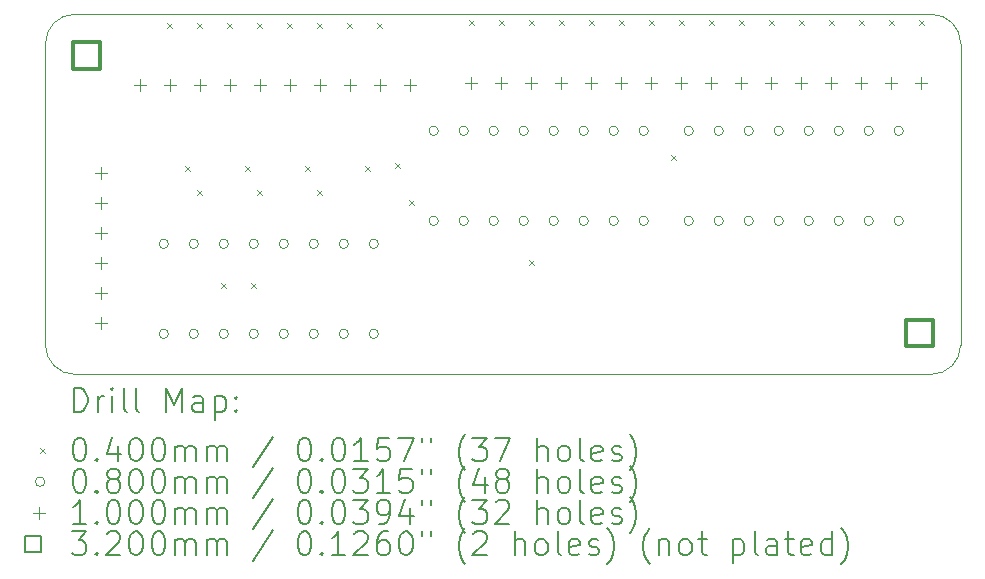
<source format=gbr>
%TF.GenerationSoftware,KiCad,Pcbnew,7.0.1-3b83917a11~172~ubuntu22.10.1*%
%TF.CreationDate,2023-10-02T08:25:43+02:00*%
%TF.ProjectId,hall_sensor_matrix_v2,68616c6c-5f73-4656-9e73-6f725f6d6174,revA*%
%TF.SameCoordinates,Original*%
%TF.FileFunction,Drillmap*%
%TF.FilePolarity,Positive*%
%FSLAX45Y45*%
G04 Gerber Fmt 4.5, Leading zero omitted, Abs format (unit mm)*
G04 Created by KiCad (PCBNEW 7.0.1-3b83917a11~172~ubuntu22.10.1) date 2023-10-02 08:25:43*
%MOMM*%
%LPD*%
G01*
G04 APERTURE LIST*
%ADD10C,0.100000*%
%ADD11C,0.200000*%
%ADD12C,0.040000*%
%ADD13C,0.080000*%
%ADD14C,0.320000*%
G04 APERTURE END LIST*
D10*
X11500000Y-6200000D02*
X11500000Y-8750000D01*
X4000000Y-5950000D02*
X11250000Y-5950000D01*
X3750000Y-8750000D02*
X3750000Y-6200000D01*
X11250000Y-9000000D02*
X4000000Y-9000000D01*
X11250000Y-9000000D02*
G75*
G03*
X11500000Y-8750000I0J250000D01*
G01*
X11500000Y-6200000D02*
G75*
G03*
X11250000Y-5950000I-250000J0D01*
G01*
X4000000Y-5950000D02*
G75*
G03*
X3750000Y-6200000I0J-250000D01*
G01*
X3750000Y-8750000D02*
G75*
G03*
X4000000Y-9000000I250000J0D01*
G01*
D11*
D12*
X4783300Y-6029000D02*
X4823300Y-6069000D01*
X4823300Y-6029000D02*
X4783300Y-6069000D01*
X4935700Y-7239750D02*
X4975700Y-7279750D01*
X4975700Y-7239750D02*
X4935700Y-7279750D01*
X5037300Y-6029000D02*
X5077300Y-6069000D01*
X5077300Y-6029000D02*
X5037300Y-6069000D01*
X5037300Y-7442950D02*
X5077300Y-7482950D01*
X5077300Y-7442950D02*
X5037300Y-7482950D01*
X5240500Y-8226100D02*
X5280500Y-8266100D01*
X5280500Y-8226100D02*
X5240500Y-8266100D01*
X5291300Y-6029000D02*
X5331300Y-6069000D01*
X5331300Y-6029000D02*
X5291300Y-6069000D01*
X5443700Y-7239750D02*
X5483700Y-7279750D01*
X5483700Y-7239750D02*
X5443700Y-7279750D01*
X5494500Y-8226100D02*
X5534500Y-8266100D01*
X5534500Y-8226100D02*
X5494500Y-8266100D01*
X5545300Y-6029000D02*
X5585300Y-6069000D01*
X5585300Y-6029000D02*
X5545300Y-6069000D01*
X5545300Y-7442950D02*
X5585300Y-7482950D01*
X5585300Y-7442950D02*
X5545300Y-7482950D01*
X5799300Y-6029000D02*
X5839300Y-6069000D01*
X5839300Y-6029000D02*
X5799300Y-6069000D01*
X5951700Y-7239750D02*
X5991700Y-7279750D01*
X5991700Y-7239750D02*
X5951700Y-7279750D01*
X6053300Y-6029000D02*
X6093300Y-6069000D01*
X6093300Y-6029000D02*
X6053300Y-6069000D01*
X6053300Y-7442950D02*
X6093300Y-7482950D01*
X6093300Y-7442950D02*
X6053300Y-7482950D01*
X6307300Y-6029000D02*
X6347300Y-6069000D01*
X6347300Y-6029000D02*
X6307300Y-6069000D01*
X6459700Y-7239750D02*
X6499700Y-7279750D01*
X6499700Y-7239750D02*
X6459700Y-7279750D01*
X6561300Y-6029000D02*
X6601300Y-6069000D01*
X6601300Y-6029000D02*
X6561300Y-6069000D01*
X6713700Y-7214350D02*
X6753700Y-7254350D01*
X6753700Y-7214350D02*
X6713700Y-7254350D01*
X6828000Y-7527600D02*
X6868000Y-7567600D01*
X6868000Y-7527600D02*
X6828000Y-7567600D01*
X7336000Y-6003600D02*
X7376000Y-6043600D01*
X7376000Y-6003600D02*
X7336000Y-6043600D01*
X7590000Y-6003600D02*
X7630000Y-6043600D01*
X7630000Y-6003600D02*
X7590000Y-6043600D01*
X7844000Y-6003600D02*
X7884000Y-6043600D01*
X7884000Y-6003600D02*
X7844000Y-6043600D01*
X7844000Y-8035600D02*
X7884000Y-8075600D01*
X7884000Y-8035600D02*
X7844000Y-8075600D01*
X8098000Y-6003600D02*
X8138000Y-6043600D01*
X8138000Y-6003600D02*
X8098000Y-6043600D01*
X8352000Y-6003600D02*
X8392000Y-6043600D01*
X8392000Y-6003600D02*
X8352000Y-6043600D01*
X8606000Y-6003600D02*
X8646000Y-6043600D01*
X8646000Y-6003600D02*
X8606000Y-6043600D01*
X8860000Y-6003600D02*
X8900000Y-6043600D01*
X8900000Y-6003600D02*
X8860000Y-6043600D01*
X9050500Y-7146600D02*
X9090500Y-7186600D01*
X9090500Y-7146600D02*
X9050500Y-7186600D01*
X9114000Y-6003600D02*
X9154000Y-6043600D01*
X9154000Y-6003600D02*
X9114000Y-6043600D01*
X9368000Y-6003600D02*
X9408000Y-6043600D01*
X9408000Y-6003600D02*
X9368000Y-6043600D01*
X9622000Y-6003600D02*
X9662000Y-6043600D01*
X9662000Y-6003600D02*
X9622000Y-6043600D01*
X9876000Y-6003600D02*
X9916000Y-6043600D01*
X9916000Y-6003600D02*
X9876000Y-6043600D01*
X10130000Y-6003600D02*
X10170000Y-6043600D01*
X10170000Y-6003600D02*
X10130000Y-6043600D01*
X10384000Y-6003600D02*
X10424000Y-6043600D01*
X10424000Y-6003600D02*
X10384000Y-6043600D01*
X10638000Y-6003600D02*
X10678000Y-6043600D01*
X10678000Y-6003600D02*
X10638000Y-6043600D01*
X10892000Y-6003600D02*
X10932000Y-6043600D01*
X10932000Y-6003600D02*
X10892000Y-6043600D01*
X11146000Y-6003600D02*
X11186000Y-6043600D01*
X11186000Y-6003600D02*
X11146000Y-6043600D01*
D13*
X4792500Y-7894750D02*
G75*
G03*
X4792500Y-7894750I-40000J0D01*
G01*
X4792500Y-8656750D02*
G75*
G03*
X4792500Y-8656750I-40000J0D01*
G01*
X5046500Y-7894750D02*
G75*
G03*
X5046500Y-7894750I-40000J0D01*
G01*
X5046500Y-8656750D02*
G75*
G03*
X5046500Y-8656750I-40000J0D01*
G01*
X5300500Y-7894750D02*
G75*
G03*
X5300500Y-7894750I-40000J0D01*
G01*
X5300500Y-8656750D02*
G75*
G03*
X5300500Y-8656750I-40000J0D01*
G01*
X5554500Y-7894750D02*
G75*
G03*
X5554500Y-7894750I-40000J0D01*
G01*
X5554500Y-8656750D02*
G75*
G03*
X5554500Y-8656750I-40000J0D01*
G01*
X5808500Y-7894750D02*
G75*
G03*
X5808500Y-7894750I-40000J0D01*
G01*
X5808500Y-8656750D02*
G75*
G03*
X5808500Y-8656750I-40000J0D01*
G01*
X6062500Y-7894750D02*
G75*
G03*
X6062500Y-7894750I-40000J0D01*
G01*
X6062500Y-8656750D02*
G75*
G03*
X6062500Y-8656750I-40000J0D01*
G01*
X6316500Y-7894750D02*
G75*
G03*
X6316500Y-7894750I-40000J0D01*
G01*
X6316500Y-8656750D02*
G75*
G03*
X6316500Y-8656750I-40000J0D01*
G01*
X6570500Y-7894750D02*
G75*
G03*
X6570500Y-7894750I-40000J0D01*
G01*
X6570500Y-8656750D02*
G75*
G03*
X6570500Y-8656750I-40000J0D01*
G01*
X7077000Y-6938000D02*
G75*
G03*
X7077000Y-6938000I-40000J0D01*
G01*
X7077000Y-7700000D02*
G75*
G03*
X7077000Y-7700000I-40000J0D01*
G01*
X7331000Y-6938000D02*
G75*
G03*
X7331000Y-6938000I-40000J0D01*
G01*
X7331000Y-7700000D02*
G75*
G03*
X7331000Y-7700000I-40000J0D01*
G01*
X7585000Y-6938000D02*
G75*
G03*
X7585000Y-6938000I-40000J0D01*
G01*
X7585000Y-7700000D02*
G75*
G03*
X7585000Y-7700000I-40000J0D01*
G01*
X7839000Y-6938000D02*
G75*
G03*
X7839000Y-6938000I-40000J0D01*
G01*
X7839000Y-7700000D02*
G75*
G03*
X7839000Y-7700000I-40000J0D01*
G01*
X8093000Y-6938000D02*
G75*
G03*
X8093000Y-6938000I-40000J0D01*
G01*
X8093000Y-7700000D02*
G75*
G03*
X8093000Y-7700000I-40000J0D01*
G01*
X8347000Y-6938000D02*
G75*
G03*
X8347000Y-6938000I-40000J0D01*
G01*
X8347000Y-7700000D02*
G75*
G03*
X8347000Y-7700000I-40000J0D01*
G01*
X8601000Y-6938000D02*
G75*
G03*
X8601000Y-6938000I-40000J0D01*
G01*
X8601000Y-7700000D02*
G75*
G03*
X8601000Y-7700000I-40000J0D01*
G01*
X8855000Y-6938000D02*
G75*
G03*
X8855000Y-6938000I-40000J0D01*
G01*
X8855000Y-7700000D02*
G75*
G03*
X8855000Y-7700000I-40000J0D01*
G01*
X9236000Y-6938000D02*
G75*
G03*
X9236000Y-6938000I-40000J0D01*
G01*
X9236000Y-7700000D02*
G75*
G03*
X9236000Y-7700000I-40000J0D01*
G01*
X9490000Y-6938000D02*
G75*
G03*
X9490000Y-6938000I-40000J0D01*
G01*
X9490000Y-7700000D02*
G75*
G03*
X9490000Y-7700000I-40000J0D01*
G01*
X9744000Y-6938000D02*
G75*
G03*
X9744000Y-6938000I-40000J0D01*
G01*
X9744000Y-7700000D02*
G75*
G03*
X9744000Y-7700000I-40000J0D01*
G01*
X9998000Y-6938000D02*
G75*
G03*
X9998000Y-6938000I-40000J0D01*
G01*
X9998000Y-7700000D02*
G75*
G03*
X9998000Y-7700000I-40000J0D01*
G01*
X10252000Y-6938000D02*
G75*
G03*
X10252000Y-6938000I-40000J0D01*
G01*
X10252000Y-7700000D02*
G75*
G03*
X10252000Y-7700000I-40000J0D01*
G01*
X10506000Y-6938000D02*
G75*
G03*
X10506000Y-6938000I-40000J0D01*
G01*
X10506000Y-7700000D02*
G75*
G03*
X10506000Y-7700000I-40000J0D01*
G01*
X10760000Y-6938000D02*
G75*
G03*
X10760000Y-6938000I-40000J0D01*
G01*
X10760000Y-7700000D02*
G75*
G03*
X10760000Y-7700000I-40000J0D01*
G01*
X11014000Y-6938000D02*
G75*
G03*
X11014000Y-6938000I-40000J0D01*
G01*
X11014000Y-7700000D02*
G75*
G03*
X11014000Y-7700000I-40000J0D01*
G01*
D10*
X4219100Y-7243600D02*
X4219100Y-7343600D01*
X4169100Y-7293600D02*
X4269100Y-7293600D01*
X4219100Y-7497600D02*
X4219100Y-7597600D01*
X4169100Y-7547600D02*
X4269100Y-7547600D01*
X4219100Y-7751600D02*
X4219100Y-7851600D01*
X4169100Y-7801600D02*
X4269100Y-7801600D01*
X4219100Y-8005600D02*
X4219100Y-8105600D01*
X4169100Y-8055600D02*
X4269100Y-8055600D01*
X4219100Y-8259600D02*
X4219100Y-8359600D01*
X4169100Y-8309600D02*
X4269100Y-8309600D01*
X4219100Y-8513600D02*
X4219100Y-8613600D01*
X4169100Y-8563600D02*
X4269100Y-8563600D01*
X4549300Y-6498550D02*
X4549300Y-6598550D01*
X4499300Y-6548550D02*
X4599300Y-6548550D01*
X4803300Y-6498550D02*
X4803300Y-6598550D01*
X4753300Y-6548550D02*
X4853300Y-6548550D01*
X5057300Y-6498550D02*
X5057300Y-6598550D01*
X5007300Y-6548550D02*
X5107300Y-6548550D01*
X5311300Y-6498550D02*
X5311300Y-6598550D01*
X5261300Y-6548550D02*
X5361300Y-6548550D01*
X5565300Y-6498550D02*
X5565300Y-6598550D01*
X5515300Y-6548550D02*
X5615300Y-6548550D01*
X5819300Y-6498550D02*
X5819300Y-6598550D01*
X5769300Y-6548550D02*
X5869300Y-6548550D01*
X6073300Y-6498550D02*
X6073300Y-6598550D01*
X6023300Y-6548550D02*
X6123300Y-6548550D01*
X6327300Y-6498550D02*
X6327300Y-6598550D01*
X6277300Y-6548550D02*
X6377300Y-6548550D01*
X6581300Y-6498550D02*
X6581300Y-6598550D01*
X6531300Y-6548550D02*
X6631300Y-6548550D01*
X6835300Y-6498550D02*
X6835300Y-6598550D01*
X6785300Y-6548550D02*
X6885300Y-6548550D01*
X7356000Y-6481600D02*
X7356000Y-6581600D01*
X7306000Y-6531600D02*
X7406000Y-6531600D01*
X7610000Y-6481600D02*
X7610000Y-6581600D01*
X7560000Y-6531600D02*
X7660000Y-6531600D01*
X7864000Y-6481600D02*
X7864000Y-6581600D01*
X7814000Y-6531600D02*
X7914000Y-6531600D01*
X8118000Y-6481600D02*
X8118000Y-6581600D01*
X8068000Y-6531600D02*
X8168000Y-6531600D01*
X8372000Y-6481600D02*
X8372000Y-6581600D01*
X8322000Y-6531600D02*
X8422000Y-6531600D01*
X8626000Y-6481600D02*
X8626000Y-6581600D01*
X8576000Y-6531600D02*
X8676000Y-6531600D01*
X8880000Y-6481600D02*
X8880000Y-6581600D01*
X8830000Y-6531600D02*
X8930000Y-6531600D01*
X9134000Y-6481600D02*
X9134000Y-6581600D01*
X9084000Y-6531600D02*
X9184000Y-6531600D01*
X9388000Y-6481600D02*
X9388000Y-6581600D01*
X9338000Y-6531600D02*
X9438000Y-6531600D01*
X9642000Y-6481600D02*
X9642000Y-6581600D01*
X9592000Y-6531600D02*
X9692000Y-6531600D01*
X9896000Y-6481600D02*
X9896000Y-6581600D01*
X9846000Y-6531600D02*
X9946000Y-6531600D01*
X10150000Y-6481600D02*
X10150000Y-6581600D01*
X10100000Y-6531600D02*
X10200000Y-6531600D01*
X10404000Y-6481600D02*
X10404000Y-6581600D01*
X10354000Y-6531600D02*
X10454000Y-6531600D01*
X10658000Y-6481600D02*
X10658000Y-6581600D01*
X10608000Y-6531600D02*
X10708000Y-6531600D01*
X10912000Y-6481600D02*
X10912000Y-6581600D01*
X10862000Y-6531600D02*
X10962000Y-6531600D01*
X11166000Y-6481600D02*
X11166000Y-6581600D01*
X11116000Y-6531600D02*
X11216000Y-6531600D01*
D14*
X4213138Y-6413138D02*
X4213138Y-6186862D01*
X3986862Y-6186862D01*
X3986862Y-6413138D01*
X4213138Y-6413138D01*
X11263138Y-8763138D02*
X11263138Y-8536862D01*
X11036862Y-8536862D01*
X11036862Y-8763138D01*
X11263138Y-8763138D01*
D11*
X3992619Y-9317524D02*
X3992619Y-9117524D01*
X3992619Y-9117524D02*
X4040238Y-9117524D01*
X4040238Y-9117524D02*
X4068809Y-9127048D01*
X4068809Y-9127048D02*
X4087857Y-9146095D01*
X4087857Y-9146095D02*
X4097381Y-9165143D01*
X4097381Y-9165143D02*
X4106905Y-9203238D01*
X4106905Y-9203238D02*
X4106905Y-9231810D01*
X4106905Y-9231810D02*
X4097381Y-9269905D01*
X4097381Y-9269905D02*
X4087857Y-9288952D01*
X4087857Y-9288952D02*
X4068809Y-9308000D01*
X4068809Y-9308000D02*
X4040238Y-9317524D01*
X4040238Y-9317524D02*
X3992619Y-9317524D01*
X4192619Y-9317524D02*
X4192619Y-9184190D01*
X4192619Y-9222286D02*
X4202143Y-9203238D01*
X4202143Y-9203238D02*
X4211667Y-9193714D01*
X4211667Y-9193714D02*
X4230714Y-9184190D01*
X4230714Y-9184190D02*
X4249762Y-9184190D01*
X4316429Y-9317524D02*
X4316429Y-9184190D01*
X4316429Y-9117524D02*
X4306905Y-9127048D01*
X4306905Y-9127048D02*
X4316429Y-9136571D01*
X4316429Y-9136571D02*
X4325952Y-9127048D01*
X4325952Y-9127048D02*
X4316429Y-9117524D01*
X4316429Y-9117524D02*
X4316429Y-9136571D01*
X4440238Y-9317524D02*
X4421190Y-9308000D01*
X4421190Y-9308000D02*
X4411667Y-9288952D01*
X4411667Y-9288952D02*
X4411667Y-9117524D01*
X4545000Y-9317524D02*
X4525952Y-9308000D01*
X4525952Y-9308000D02*
X4516429Y-9288952D01*
X4516429Y-9288952D02*
X4516429Y-9117524D01*
X4773571Y-9317524D02*
X4773571Y-9117524D01*
X4773571Y-9117524D02*
X4840238Y-9260381D01*
X4840238Y-9260381D02*
X4906905Y-9117524D01*
X4906905Y-9117524D02*
X4906905Y-9317524D01*
X5087857Y-9317524D02*
X5087857Y-9212762D01*
X5087857Y-9212762D02*
X5078333Y-9193714D01*
X5078333Y-9193714D02*
X5059286Y-9184190D01*
X5059286Y-9184190D02*
X5021190Y-9184190D01*
X5021190Y-9184190D02*
X5002143Y-9193714D01*
X5087857Y-9308000D02*
X5068810Y-9317524D01*
X5068810Y-9317524D02*
X5021190Y-9317524D01*
X5021190Y-9317524D02*
X5002143Y-9308000D01*
X5002143Y-9308000D02*
X4992619Y-9288952D01*
X4992619Y-9288952D02*
X4992619Y-9269905D01*
X4992619Y-9269905D02*
X5002143Y-9250857D01*
X5002143Y-9250857D02*
X5021190Y-9241333D01*
X5021190Y-9241333D02*
X5068810Y-9241333D01*
X5068810Y-9241333D02*
X5087857Y-9231810D01*
X5183095Y-9184190D02*
X5183095Y-9384190D01*
X5183095Y-9193714D02*
X5202143Y-9184190D01*
X5202143Y-9184190D02*
X5240238Y-9184190D01*
X5240238Y-9184190D02*
X5259286Y-9193714D01*
X5259286Y-9193714D02*
X5268810Y-9203238D01*
X5268810Y-9203238D02*
X5278333Y-9222286D01*
X5278333Y-9222286D02*
X5278333Y-9279429D01*
X5278333Y-9279429D02*
X5268810Y-9298476D01*
X5268810Y-9298476D02*
X5259286Y-9308000D01*
X5259286Y-9308000D02*
X5240238Y-9317524D01*
X5240238Y-9317524D02*
X5202143Y-9317524D01*
X5202143Y-9317524D02*
X5183095Y-9308000D01*
X5364048Y-9298476D02*
X5373571Y-9308000D01*
X5373571Y-9308000D02*
X5364048Y-9317524D01*
X5364048Y-9317524D02*
X5354524Y-9308000D01*
X5354524Y-9308000D02*
X5364048Y-9298476D01*
X5364048Y-9298476D02*
X5364048Y-9317524D01*
X5364048Y-9193714D02*
X5373571Y-9203238D01*
X5373571Y-9203238D02*
X5364048Y-9212762D01*
X5364048Y-9212762D02*
X5354524Y-9203238D01*
X5354524Y-9203238D02*
X5364048Y-9193714D01*
X5364048Y-9193714D02*
X5364048Y-9212762D01*
D12*
X3705000Y-9625000D02*
X3745000Y-9665000D01*
X3745000Y-9625000D02*
X3705000Y-9665000D01*
D11*
X4030714Y-9537524D02*
X4049762Y-9537524D01*
X4049762Y-9537524D02*
X4068809Y-9547048D01*
X4068809Y-9547048D02*
X4078333Y-9556571D01*
X4078333Y-9556571D02*
X4087857Y-9575619D01*
X4087857Y-9575619D02*
X4097381Y-9613714D01*
X4097381Y-9613714D02*
X4097381Y-9661333D01*
X4097381Y-9661333D02*
X4087857Y-9699429D01*
X4087857Y-9699429D02*
X4078333Y-9718476D01*
X4078333Y-9718476D02*
X4068809Y-9728000D01*
X4068809Y-9728000D02*
X4049762Y-9737524D01*
X4049762Y-9737524D02*
X4030714Y-9737524D01*
X4030714Y-9737524D02*
X4011667Y-9728000D01*
X4011667Y-9728000D02*
X4002143Y-9718476D01*
X4002143Y-9718476D02*
X3992619Y-9699429D01*
X3992619Y-9699429D02*
X3983095Y-9661333D01*
X3983095Y-9661333D02*
X3983095Y-9613714D01*
X3983095Y-9613714D02*
X3992619Y-9575619D01*
X3992619Y-9575619D02*
X4002143Y-9556571D01*
X4002143Y-9556571D02*
X4011667Y-9547048D01*
X4011667Y-9547048D02*
X4030714Y-9537524D01*
X4183095Y-9718476D02*
X4192619Y-9728000D01*
X4192619Y-9728000D02*
X4183095Y-9737524D01*
X4183095Y-9737524D02*
X4173571Y-9728000D01*
X4173571Y-9728000D02*
X4183095Y-9718476D01*
X4183095Y-9718476D02*
X4183095Y-9737524D01*
X4364048Y-9604190D02*
X4364048Y-9737524D01*
X4316429Y-9528000D02*
X4268810Y-9670857D01*
X4268810Y-9670857D02*
X4392619Y-9670857D01*
X4506905Y-9537524D02*
X4525952Y-9537524D01*
X4525952Y-9537524D02*
X4545000Y-9547048D01*
X4545000Y-9547048D02*
X4554524Y-9556571D01*
X4554524Y-9556571D02*
X4564048Y-9575619D01*
X4564048Y-9575619D02*
X4573571Y-9613714D01*
X4573571Y-9613714D02*
X4573571Y-9661333D01*
X4573571Y-9661333D02*
X4564048Y-9699429D01*
X4564048Y-9699429D02*
X4554524Y-9718476D01*
X4554524Y-9718476D02*
X4545000Y-9728000D01*
X4545000Y-9728000D02*
X4525952Y-9737524D01*
X4525952Y-9737524D02*
X4506905Y-9737524D01*
X4506905Y-9737524D02*
X4487857Y-9728000D01*
X4487857Y-9728000D02*
X4478333Y-9718476D01*
X4478333Y-9718476D02*
X4468810Y-9699429D01*
X4468810Y-9699429D02*
X4459286Y-9661333D01*
X4459286Y-9661333D02*
X4459286Y-9613714D01*
X4459286Y-9613714D02*
X4468810Y-9575619D01*
X4468810Y-9575619D02*
X4478333Y-9556571D01*
X4478333Y-9556571D02*
X4487857Y-9547048D01*
X4487857Y-9547048D02*
X4506905Y-9537524D01*
X4697381Y-9537524D02*
X4716429Y-9537524D01*
X4716429Y-9537524D02*
X4735476Y-9547048D01*
X4735476Y-9547048D02*
X4745000Y-9556571D01*
X4745000Y-9556571D02*
X4754524Y-9575619D01*
X4754524Y-9575619D02*
X4764048Y-9613714D01*
X4764048Y-9613714D02*
X4764048Y-9661333D01*
X4764048Y-9661333D02*
X4754524Y-9699429D01*
X4754524Y-9699429D02*
X4745000Y-9718476D01*
X4745000Y-9718476D02*
X4735476Y-9728000D01*
X4735476Y-9728000D02*
X4716429Y-9737524D01*
X4716429Y-9737524D02*
X4697381Y-9737524D01*
X4697381Y-9737524D02*
X4678333Y-9728000D01*
X4678333Y-9728000D02*
X4668810Y-9718476D01*
X4668810Y-9718476D02*
X4659286Y-9699429D01*
X4659286Y-9699429D02*
X4649762Y-9661333D01*
X4649762Y-9661333D02*
X4649762Y-9613714D01*
X4649762Y-9613714D02*
X4659286Y-9575619D01*
X4659286Y-9575619D02*
X4668810Y-9556571D01*
X4668810Y-9556571D02*
X4678333Y-9547048D01*
X4678333Y-9547048D02*
X4697381Y-9537524D01*
X4849762Y-9737524D02*
X4849762Y-9604190D01*
X4849762Y-9623238D02*
X4859286Y-9613714D01*
X4859286Y-9613714D02*
X4878333Y-9604190D01*
X4878333Y-9604190D02*
X4906905Y-9604190D01*
X4906905Y-9604190D02*
X4925952Y-9613714D01*
X4925952Y-9613714D02*
X4935476Y-9632762D01*
X4935476Y-9632762D02*
X4935476Y-9737524D01*
X4935476Y-9632762D02*
X4945000Y-9613714D01*
X4945000Y-9613714D02*
X4964048Y-9604190D01*
X4964048Y-9604190D02*
X4992619Y-9604190D01*
X4992619Y-9604190D02*
X5011667Y-9613714D01*
X5011667Y-9613714D02*
X5021191Y-9632762D01*
X5021191Y-9632762D02*
X5021191Y-9737524D01*
X5116429Y-9737524D02*
X5116429Y-9604190D01*
X5116429Y-9623238D02*
X5125952Y-9613714D01*
X5125952Y-9613714D02*
X5145000Y-9604190D01*
X5145000Y-9604190D02*
X5173572Y-9604190D01*
X5173572Y-9604190D02*
X5192619Y-9613714D01*
X5192619Y-9613714D02*
X5202143Y-9632762D01*
X5202143Y-9632762D02*
X5202143Y-9737524D01*
X5202143Y-9632762D02*
X5211667Y-9613714D01*
X5211667Y-9613714D02*
X5230714Y-9604190D01*
X5230714Y-9604190D02*
X5259286Y-9604190D01*
X5259286Y-9604190D02*
X5278333Y-9613714D01*
X5278333Y-9613714D02*
X5287857Y-9632762D01*
X5287857Y-9632762D02*
X5287857Y-9737524D01*
X5678333Y-9528000D02*
X5506905Y-9785143D01*
X5935476Y-9537524D02*
X5954524Y-9537524D01*
X5954524Y-9537524D02*
X5973572Y-9547048D01*
X5973572Y-9547048D02*
X5983095Y-9556571D01*
X5983095Y-9556571D02*
X5992619Y-9575619D01*
X5992619Y-9575619D02*
X6002143Y-9613714D01*
X6002143Y-9613714D02*
X6002143Y-9661333D01*
X6002143Y-9661333D02*
X5992619Y-9699429D01*
X5992619Y-9699429D02*
X5983095Y-9718476D01*
X5983095Y-9718476D02*
X5973572Y-9728000D01*
X5973572Y-9728000D02*
X5954524Y-9737524D01*
X5954524Y-9737524D02*
X5935476Y-9737524D01*
X5935476Y-9737524D02*
X5916429Y-9728000D01*
X5916429Y-9728000D02*
X5906905Y-9718476D01*
X5906905Y-9718476D02*
X5897381Y-9699429D01*
X5897381Y-9699429D02*
X5887857Y-9661333D01*
X5887857Y-9661333D02*
X5887857Y-9613714D01*
X5887857Y-9613714D02*
X5897381Y-9575619D01*
X5897381Y-9575619D02*
X5906905Y-9556571D01*
X5906905Y-9556571D02*
X5916429Y-9547048D01*
X5916429Y-9547048D02*
X5935476Y-9537524D01*
X6087857Y-9718476D02*
X6097381Y-9728000D01*
X6097381Y-9728000D02*
X6087857Y-9737524D01*
X6087857Y-9737524D02*
X6078333Y-9728000D01*
X6078333Y-9728000D02*
X6087857Y-9718476D01*
X6087857Y-9718476D02*
X6087857Y-9737524D01*
X6221191Y-9537524D02*
X6240238Y-9537524D01*
X6240238Y-9537524D02*
X6259286Y-9547048D01*
X6259286Y-9547048D02*
X6268810Y-9556571D01*
X6268810Y-9556571D02*
X6278333Y-9575619D01*
X6278333Y-9575619D02*
X6287857Y-9613714D01*
X6287857Y-9613714D02*
X6287857Y-9661333D01*
X6287857Y-9661333D02*
X6278333Y-9699429D01*
X6278333Y-9699429D02*
X6268810Y-9718476D01*
X6268810Y-9718476D02*
X6259286Y-9728000D01*
X6259286Y-9728000D02*
X6240238Y-9737524D01*
X6240238Y-9737524D02*
X6221191Y-9737524D01*
X6221191Y-9737524D02*
X6202143Y-9728000D01*
X6202143Y-9728000D02*
X6192619Y-9718476D01*
X6192619Y-9718476D02*
X6183095Y-9699429D01*
X6183095Y-9699429D02*
X6173572Y-9661333D01*
X6173572Y-9661333D02*
X6173572Y-9613714D01*
X6173572Y-9613714D02*
X6183095Y-9575619D01*
X6183095Y-9575619D02*
X6192619Y-9556571D01*
X6192619Y-9556571D02*
X6202143Y-9547048D01*
X6202143Y-9547048D02*
X6221191Y-9537524D01*
X6478333Y-9737524D02*
X6364048Y-9737524D01*
X6421191Y-9737524D02*
X6421191Y-9537524D01*
X6421191Y-9537524D02*
X6402143Y-9566095D01*
X6402143Y-9566095D02*
X6383095Y-9585143D01*
X6383095Y-9585143D02*
X6364048Y-9594667D01*
X6659286Y-9537524D02*
X6564048Y-9537524D01*
X6564048Y-9537524D02*
X6554524Y-9632762D01*
X6554524Y-9632762D02*
X6564048Y-9623238D01*
X6564048Y-9623238D02*
X6583095Y-9613714D01*
X6583095Y-9613714D02*
X6630714Y-9613714D01*
X6630714Y-9613714D02*
X6649762Y-9623238D01*
X6649762Y-9623238D02*
X6659286Y-9632762D01*
X6659286Y-9632762D02*
X6668810Y-9651810D01*
X6668810Y-9651810D02*
X6668810Y-9699429D01*
X6668810Y-9699429D02*
X6659286Y-9718476D01*
X6659286Y-9718476D02*
X6649762Y-9728000D01*
X6649762Y-9728000D02*
X6630714Y-9737524D01*
X6630714Y-9737524D02*
X6583095Y-9737524D01*
X6583095Y-9737524D02*
X6564048Y-9728000D01*
X6564048Y-9728000D02*
X6554524Y-9718476D01*
X6735476Y-9537524D02*
X6868810Y-9537524D01*
X6868810Y-9537524D02*
X6783095Y-9737524D01*
X6935476Y-9537524D02*
X6935476Y-9575619D01*
X7011667Y-9537524D02*
X7011667Y-9575619D01*
X7306905Y-9813714D02*
X7297381Y-9804190D01*
X7297381Y-9804190D02*
X7278334Y-9775619D01*
X7278334Y-9775619D02*
X7268810Y-9756571D01*
X7268810Y-9756571D02*
X7259286Y-9728000D01*
X7259286Y-9728000D02*
X7249762Y-9680381D01*
X7249762Y-9680381D02*
X7249762Y-9642286D01*
X7249762Y-9642286D02*
X7259286Y-9594667D01*
X7259286Y-9594667D02*
X7268810Y-9566095D01*
X7268810Y-9566095D02*
X7278334Y-9547048D01*
X7278334Y-9547048D02*
X7297381Y-9518476D01*
X7297381Y-9518476D02*
X7306905Y-9508952D01*
X7364048Y-9537524D02*
X7487857Y-9537524D01*
X7487857Y-9537524D02*
X7421191Y-9613714D01*
X7421191Y-9613714D02*
X7449762Y-9613714D01*
X7449762Y-9613714D02*
X7468810Y-9623238D01*
X7468810Y-9623238D02*
X7478334Y-9632762D01*
X7478334Y-9632762D02*
X7487857Y-9651810D01*
X7487857Y-9651810D02*
X7487857Y-9699429D01*
X7487857Y-9699429D02*
X7478334Y-9718476D01*
X7478334Y-9718476D02*
X7468810Y-9728000D01*
X7468810Y-9728000D02*
X7449762Y-9737524D01*
X7449762Y-9737524D02*
X7392619Y-9737524D01*
X7392619Y-9737524D02*
X7373572Y-9728000D01*
X7373572Y-9728000D02*
X7364048Y-9718476D01*
X7554524Y-9537524D02*
X7687857Y-9537524D01*
X7687857Y-9537524D02*
X7602143Y-9737524D01*
X7916429Y-9737524D02*
X7916429Y-9537524D01*
X8002143Y-9737524D02*
X8002143Y-9632762D01*
X8002143Y-9632762D02*
X7992619Y-9613714D01*
X7992619Y-9613714D02*
X7973572Y-9604190D01*
X7973572Y-9604190D02*
X7945000Y-9604190D01*
X7945000Y-9604190D02*
X7925953Y-9613714D01*
X7925953Y-9613714D02*
X7916429Y-9623238D01*
X8125953Y-9737524D02*
X8106905Y-9728000D01*
X8106905Y-9728000D02*
X8097381Y-9718476D01*
X8097381Y-9718476D02*
X8087857Y-9699429D01*
X8087857Y-9699429D02*
X8087857Y-9642286D01*
X8087857Y-9642286D02*
X8097381Y-9623238D01*
X8097381Y-9623238D02*
X8106905Y-9613714D01*
X8106905Y-9613714D02*
X8125953Y-9604190D01*
X8125953Y-9604190D02*
X8154524Y-9604190D01*
X8154524Y-9604190D02*
X8173572Y-9613714D01*
X8173572Y-9613714D02*
X8183096Y-9623238D01*
X8183096Y-9623238D02*
X8192619Y-9642286D01*
X8192619Y-9642286D02*
X8192619Y-9699429D01*
X8192619Y-9699429D02*
X8183096Y-9718476D01*
X8183096Y-9718476D02*
X8173572Y-9728000D01*
X8173572Y-9728000D02*
X8154524Y-9737524D01*
X8154524Y-9737524D02*
X8125953Y-9737524D01*
X8306905Y-9737524D02*
X8287857Y-9728000D01*
X8287857Y-9728000D02*
X8278334Y-9708952D01*
X8278334Y-9708952D02*
X8278334Y-9537524D01*
X8459286Y-9728000D02*
X8440239Y-9737524D01*
X8440239Y-9737524D02*
X8402143Y-9737524D01*
X8402143Y-9737524D02*
X8383096Y-9728000D01*
X8383096Y-9728000D02*
X8373572Y-9708952D01*
X8373572Y-9708952D02*
X8373572Y-9632762D01*
X8373572Y-9632762D02*
X8383096Y-9613714D01*
X8383096Y-9613714D02*
X8402143Y-9604190D01*
X8402143Y-9604190D02*
X8440239Y-9604190D01*
X8440239Y-9604190D02*
X8459286Y-9613714D01*
X8459286Y-9613714D02*
X8468810Y-9632762D01*
X8468810Y-9632762D02*
X8468810Y-9651810D01*
X8468810Y-9651810D02*
X8373572Y-9670857D01*
X8545000Y-9728000D02*
X8564048Y-9737524D01*
X8564048Y-9737524D02*
X8602143Y-9737524D01*
X8602143Y-9737524D02*
X8621191Y-9728000D01*
X8621191Y-9728000D02*
X8630715Y-9708952D01*
X8630715Y-9708952D02*
X8630715Y-9699429D01*
X8630715Y-9699429D02*
X8621191Y-9680381D01*
X8621191Y-9680381D02*
X8602143Y-9670857D01*
X8602143Y-9670857D02*
X8573572Y-9670857D01*
X8573572Y-9670857D02*
X8554524Y-9661333D01*
X8554524Y-9661333D02*
X8545000Y-9642286D01*
X8545000Y-9642286D02*
X8545000Y-9632762D01*
X8545000Y-9632762D02*
X8554524Y-9613714D01*
X8554524Y-9613714D02*
X8573572Y-9604190D01*
X8573572Y-9604190D02*
X8602143Y-9604190D01*
X8602143Y-9604190D02*
X8621191Y-9613714D01*
X8697381Y-9813714D02*
X8706905Y-9804190D01*
X8706905Y-9804190D02*
X8725953Y-9775619D01*
X8725953Y-9775619D02*
X8735477Y-9756571D01*
X8735477Y-9756571D02*
X8745000Y-9728000D01*
X8745000Y-9728000D02*
X8754524Y-9680381D01*
X8754524Y-9680381D02*
X8754524Y-9642286D01*
X8754524Y-9642286D02*
X8745000Y-9594667D01*
X8745000Y-9594667D02*
X8735477Y-9566095D01*
X8735477Y-9566095D02*
X8725953Y-9547048D01*
X8725953Y-9547048D02*
X8706905Y-9518476D01*
X8706905Y-9518476D02*
X8697381Y-9508952D01*
D13*
X3745000Y-9909000D02*
G75*
G03*
X3745000Y-9909000I-40000J0D01*
G01*
D11*
X4030714Y-9801524D02*
X4049762Y-9801524D01*
X4049762Y-9801524D02*
X4068809Y-9811048D01*
X4068809Y-9811048D02*
X4078333Y-9820571D01*
X4078333Y-9820571D02*
X4087857Y-9839619D01*
X4087857Y-9839619D02*
X4097381Y-9877714D01*
X4097381Y-9877714D02*
X4097381Y-9925333D01*
X4097381Y-9925333D02*
X4087857Y-9963429D01*
X4087857Y-9963429D02*
X4078333Y-9982476D01*
X4078333Y-9982476D02*
X4068809Y-9992000D01*
X4068809Y-9992000D02*
X4049762Y-10001524D01*
X4049762Y-10001524D02*
X4030714Y-10001524D01*
X4030714Y-10001524D02*
X4011667Y-9992000D01*
X4011667Y-9992000D02*
X4002143Y-9982476D01*
X4002143Y-9982476D02*
X3992619Y-9963429D01*
X3992619Y-9963429D02*
X3983095Y-9925333D01*
X3983095Y-9925333D02*
X3983095Y-9877714D01*
X3983095Y-9877714D02*
X3992619Y-9839619D01*
X3992619Y-9839619D02*
X4002143Y-9820571D01*
X4002143Y-9820571D02*
X4011667Y-9811048D01*
X4011667Y-9811048D02*
X4030714Y-9801524D01*
X4183095Y-9982476D02*
X4192619Y-9992000D01*
X4192619Y-9992000D02*
X4183095Y-10001524D01*
X4183095Y-10001524D02*
X4173571Y-9992000D01*
X4173571Y-9992000D02*
X4183095Y-9982476D01*
X4183095Y-9982476D02*
X4183095Y-10001524D01*
X4306905Y-9887238D02*
X4287857Y-9877714D01*
X4287857Y-9877714D02*
X4278333Y-9868190D01*
X4278333Y-9868190D02*
X4268810Y-9849143D01*
X4268810Y-9849143D02*
X4268810Y-9839619D01*
X4268810Y-9839619D02*
X4278333Y-9820571D01*
X4278333Y-9820571D02*
X4287857Y-9811048D01*
X4287857Y-9811048D02*
X4306905Y-9801524D01*
X4306905Y-9801524D02*
X4345000Y-9801524D01*
X4345000Y-9801524D02*
X4364048Y-9811048D01*
X4364048Y-9811048D02*
X4373571Y-9820571D01*
X4373571Y-9820571D02*
X4383095Y-9839619D01*
X4383095Y-9839619D02*
X4383095Y-9849143D01*
X4383095Y-9849143D02*
X4373571Y-9868190D01*
X4373571Y-9868190D02*
X4364048Y-9877714D01*
X4364048Y-9877714D02*
X4345000Y-9887238D01*
X4345000Y-9887238D02*
X4306905Y-9887238D01*
X4306905Y-9887238D02*
X4287857Y-9896762D01*
X4287857Y-9896762D02*
X4278333Y-9906286D01*
X4278333Y-9906286D02*
X4268810Y-9925333D01*
X4268810Y-9925333D02*
X4268810Y-9963429D01*
X4268810Y-9963429D02*
X4278333Y-9982476D01*
X4278333Y-9982476D02*
X4287857Y-9992000D01*
X4287857Y-9992000D02*
X4306905Y-10001524D01*
X4306905Y-10001524D02*
X4345000Y-10001524D01*
X4345000Y-10001524D02*
X4364048Y-9992000D01*
X4364048Y-9992000D02*
X4373571Y-9982476D01*
X4373571Y-9982476D02*
X4383095Y-9963429D01*
X4383095Y-9963429D02*
X4383095Y-9925333D01*
X4383095Y-9925333D02*
X4373571Y-9906286D01*
X4373571Y-9906286D02*
X4364048Y-9896762D01*
X4364048Y-9896762D02*
X4345000Y-9887238D01*
X4506905Y-9801524D02*
X4525952Y-9801524D01*
X4525952Y-9801524D02*
X4545000Y-9811048D01*
X4545000Y-9811048D02*
X4554524Y-9820571D01*
X4554524Y-9820571D02*
X4564048Y-9839619D01*
X4564048Y-9839619D02*
X4573571Y-9877714D01*
X4573571Y-9877714D02*
X4573571Y-9925333D01*
X4573571Y-9925333D02*
X4564048Y-9963429D01*
X4564048Y-9963429D02*
X4554524Y-9982476D01*
X4554524Y-9982476D02*
X4545000Y-9992000D01*
X4545000Y-9992000D02*
X4525952Y-10001524D01*
X4525952Y-10001524D02*
X4506905Y-10001524D01*
X4506905Y-10001524D02*
X4487857Y-9992000D01*
X4487857Y-9992000D02*
X4478333Y-9982476D01*
X4478333Y-9982476D02*
X4468810Y-9963429D01*
X4468810Y-9963429D02*
X4459286Y-9925333D01*
X4459286Y-9925333D02*
X4459286Y-9877714D01*
X4459286Y-9877714D02*
X4468810Y-9839619D01*
X4468810Y-9839619D02*
X4478333Y-9820571D01*
X4478333Y-9820571D02*
X4487857Y-9811048D01*
X4487857Y-9811048D02*
X4506905Y-9801524D01*
X4697381Y-9801524D02*
X4716429Y-9801524D01*
X4716429Y-9801524D02*
X4735476Y-9811048D01*
X4735476Y-9811048D02*
X4745000Y-9820571D01*
X4745000Y-9820571D02*
X4754524Y-9839619D01*
X4754524Y-9839619D02*
X4764048Y-9877714D01*
X4764048Y-9877714D02*
X4764048Y-9925333D01*
X4764048Y-9925333D02*
X4754524Y-9963429D01*
X4754524Y-9963429D02*
X4745000Y-9982476D01*
X4745000Y-9982476D02*
X4735476Y-9992000D01*
X4735476Y-9992000D02*
X4716429Y-10001524D01*
X4716429Y-10001524D02*
X4697381Y-10001524D01*
X4697381Y-10001524D02*
X4678333Y-9992000D01*
X4678333Y-9992000D02*
X4668810Y-9982476D01*
X4668810Y-9982476D02*
X4659286Y-9963429D01*
X4659286Y-9963429D02*
X4649762Y-9925333D01*
X4649762Y-9925333D02*
X4649762Y-9877714D01*
X4649762Y-9877714D02*
X4659286Y-9839619D01*
X4659286Y-9839619D02*
X4668810Y-9820571D01*
X4668810Y-9820571D02*
X4678333Y-9811048D01*
X4678333Y-9811048D02*
X4697381Y-9801524D01*
X4849762Y-10001524D02*
X4849762Y-9868190D01*
X4849762Y-9887238D02*
X4859286Y-9877714D01*
X4859286Y-9877714D02*
X4878333Y-9868190D01*
X4878333Y-9868190D02*
X4906905Y-9868190D01*
X4906905Y-9868190D02*
X4925952Y-9877714D01*
X4925952Y-9877714D02*
X4935476Y-9896762D01*
X4935476Y-9896762D02*
X4935476Y-10001524D01*
X4935476Y-9896762D02*
X4945000Y-9877714D01*
X4945000Y-9877714D02*
X4964048Y-9868190D01*
X4964048Y-9868190D02*
X4992619Y-9868190D01*
X4992619Y-9868190D02*
X5011667Y-9877714D01*
X5011667Y-9877714D02*
X5021191Y-9896762D01*
X5021191Y-9896762D02*
X5021191Y-10001524D01*
X5116429Y-10001524D02*
X5116429Y-9868190D01*
X5116429Y-9887238D02*
X5125952Y-9877714D01*
X5125952Y-9877714D02*
X5145000Y-9868190D01*
X5145000Y-9868190D02*
X5173572Y-9868190D01*
X5173572Y-9868190D02*
X5192619Y-9877714D01*
X5192619Y-9877714D02*
X5202143Y-9896762D01*
X5202143Y-9896762D02*
X5202143Y-10001524D01*
X5202143Y-9896762D02*
X5211667Y-9877714D01*
X5211667Y-9877714D02*
X5230714Y-9868190D01*
X5230714Y-9868190D02*
X5259286Y-9868190D01*
X5259286Y-9868190D02*
X5278333Y-9877714D01*
X5278333Y-9877714D02*
X5287857Y-9896762D01*
X5287857Y-9896762D02*
X5287857Y-10001524D01*
X5678333Y-9792000D02*
X5506905Y-10049143D01*
X5935476Y-9801524D02*
X5954524Y-9801524D01*
X5954524Y-9801524D02*
X5973572Y-9811048D01*
X5973572Y-9811048D02*
X5983095Y-9820571D01*
X5983095Y-9820571D02*
X5992619Y-9839619D01*
X5992619Y-9839619D02*
X6002143Y-9877714D01*
X6002143Y-9877714D02*
X6002143Y-9925333D01*
X6002143Y-9925333D02*
X5992619Y-9963429D01*
X5992619Y-9963429D02*
X5983095Y-9982476D01*
X5983095Y-9982476D02*
X5973572Y-9992000D01*
X5973572Y-9992000D02*
X5954524Y-10001524D01*
X5954524Y-10001524D02*
X5935476Y-10001524D01*
X5935476Y-10001524D02*
X5916429Y-9992000D01*
X5916429Y-9992000D02*
X5906905Y-9982476D01*
X5906905Y-9982476D02*
X5897381Y-9963429D01*
X5897381Y-9963429D02*
X5887857Y-9925333D01*
X5887857Y-9925333D02*
X5887857Y-9877714D01*
X5887857Y-9877714D02*
X5897381Y-9839619D01*
X5897381Y-9839619D02*
X5906905Y-9820571D01*
X5906905Y-9820571D02*
X5916429Y-9811048D01*
X5916429Y-9811048D02*
X5935476Y-9801524D01*
X6087857Y-9982476D02*
X6097381Y-9992000D01*
X6097381Y-9992000D02*
X6087857Y-10001524D01*
X6087857Y-10001524D02*
X6078333Y-9992000D01*
X6078333Y-9992000D02*
X6087857Y-9982476D01*
X6087857Y-9982476D02*
X6087857Y-10001524D01*
X6221191Y-9801524D02*
X6240238Y-9801524D01*
X6240238Y-9801524D02*
X6259286Y-9811048D01*
X6259286Y-9811048D02*
X6268810Y-9820571D01*
X6268810Y-9820571D02*
X6278333Y-9839619D01*
X6278333Y-9839619D02*
X6287857Y-9877714D01*
X6287857Y-9877714D02*
X6287857Y-9925333D01*
X6287857Y-9925333D02*
X6278333Y-9963429D01*
X6278333Y-9963429D02*
X6268810Y-9982476D01*
X6268810Y-9982476D02*
X6259286Y-9992000D01*
X6259286Y-9992000D02*
X6240238Y-10001524D01*
X6240238Y-10001524D02*
X6221191Y-10001524D01*
X6221191Y-10001524D02*
X6202143Y-9992000D01*
X6202143Y-9992000D02*
X6192619Y-9982476D01*
X6192619Y-9982476D02*
X6183095Y-9963429D01*
X6183095Y-9963429D02*
X6173572Y-9925333D01*
X6173572Y-9925333D02*
X6173572Y-9877714D01*
X6173572Y-9877714D02*
X6183095Y-9839619D01*
X6183095Y-9839619D02*
X6192619Y-9820571D01*
X6192619Y-9820571D02*
X6202143Y-9811048D01*
X6202143Y-9811048D02*
X6221191Y-9801524D01*
X6354524Y-9801524D02*
X6478333Y-9801524D01*
X6478333Y-9801524D02*
X6411667Y-9877714D01*
X6411667Y-9877714D02*
X6440238Y-9877714D01*
X6440238Y-9877714D02*
X6459286Y-9887238D01*
X6459286Y-9887238D02*
X6468810Y-9896762D01*
X6468810Y-9896762D02*
X6478333Y-9915810D01*
X6478333Y-9915810D02*
X6478333Y-9963429D01*
X6478333Y-9963429D02*
X6468810Y-9982476D01*
X6468810Y-9982476D02*
X6459286Y-9992000D01*
X6459286Y-9992000D02*
X6440238Y-10001524D01*
X6440238Y-10001524D02*
X6383095Y-10001524D01*
X6383095Y-10001524D02*
X6364048Y-9992000D01*
X6364048Y-9992000D02*
X6354524Y-9982476D01*
X6668810Y-10001524D02*
X6554524Y-10001524D01*
X6611667Y-10001524D02*
X6611667Y-9801524D01*
X6611667Y-9801524D02*
X6592619Y-9830095D01*
X6592619Y-9830095D02*
X6573572Y-9849143D01*
X6573572Y-9849143D02*
X6554524Y-9858667D01*
X6849762Y-9801524D02*
X6754524Y-9801524D01*
X6754524Y-9801524D02*
X6745000Y-9896762D01*
X6745000Y-9896762D02*
X6754524Y-9887238D01*
X6754524Y-9887238D02*
X6773572Y-9877714D01*
X6773572Y-9877714D02*
X6821191Y-9877714D01*
X6821191Y-9877714D02*
X6840238Y-9887238D01*
X6840238Y-9887238D02*
X6849762Y-9896762D01*
X6849762Y-9896762D02*
X6859286Y-9915810D01*
X6859286Y-9915810D02*
X6859286Y-9963429D01*
X6859286Y-9963429D02*
X6849762Y-9982476D01*
X6849762Y-9982476D02*
X6840238Y-9992000D01*
X6840238Y-9992000D02*
X6821191Y-10001524D01*
X6821191Y-10001524D02*
X6773572Y-10001524D01*
X6773572Y-10001524D02*
X6754524Y-9992000D01*
X6754524Y-9992000D02*
X6745000Y-9982476D01*
X6935476Y-9801524D02*
X6935476Y-9839619D01*
X7011667Y-9801524D02*
X7011667Y-9839619D01*
X7306905Y-10077714D02*
X7297381Y-10068190D01*
X7297381Y-10068190D02*
X7278334Y-10039619D01*
X7278334Y-10039619D02*
X7268810Y-10020571D01*
X7268810Y-10020571D02*
X7259286Y-9992000D01*
X7259286Y-9992000D02*
X7249762Y-9944381D01*
X7249762Y-9944381D02*
X7249762Y-9906286D01*
X7249762Y-9906286D02*
X7259286Y-9858667D01*
X7259286Y-9858667D02*
X7268810Y-9830095D01*
X7268810Y-9830095D02*
X7278334Y-9811048D01*
X7278334Y-9811048D02*
X7297381Y-9782476D01*
X7297381Y-9782476D02*
X7306905Y-9772952D01*
X7468810Y-9868190D02*
X7468810Y-10001524D01*
X7421191Y-9792000D02*
X7373572Y-9934857D01*
X7373572Y-9934857D02*
X7497381Y-9934857D01*
X7602143Y-9887238D02*
X7583095Y-9877714D01*
X7583095Y-9877714D02*
X7573572Y-9868190D01*
X7573572Y-9868190D02*
X7564048Y-9849143D01*
X7564048Y-9849143D02*
X7564048Y-9839619D01*
X7564048Y-9839619D02*
X7573572Y-9820571D01*
X7573572Y-9820571D02*
X7583095Y-9811048D01*
X7583095Y-9811048D02*
X7602143Y-9801524D01*
X7602143Y-9801524D02*
X7640238Y-9801524D01*
X7640238Y-9801524D02*
X7659286Y-9811048D01*
X7659286Y-9811048D02*
X7668810Y-9820571D01*
X7668810Y-9820571D02*
X7678334Y-9839619D01*
X7678334Y-9839619D02*
X7678334Y-9849143D01*
X7678334Y-9849143D02*
X7668810Y-9868190D01*
X7668810Y-9868190D02*
X7659286Y-9877714D01*
X7659286Y-9877714D02*
X7640238Y-9887238D01*
X7640238Y-9887238D02*
X7602143Y-9887238D01*
X7602143Y-9887238D02*
X7583095Y-9896762D01*
X7583095Y-9896762D02*
X7573572Y-9906286D01*
X7573572Y-9906286D02*
X7564048Y-9925333D01*
X7564048Y-9925333D02*
X7564048Y-9963429D01*
X7564048Y-9963429D02*
X7573572Y-9982476D01*
X7573572Y-9982476D02*
X7583095Y-9992000D01*
X7583095Y-9992000D02*
X7602143Y-10001524D01*
X7602143Y-10001524D02*
X7640238Y-10001524D01*
X7640238Y-10001524D02*
X7659286Y-9992000D01*
X7659286Y-9992000D02*
X7668810Y-9982476D01*
X7668810Y-9982476D02*
X7678334Y-9963429D01*
X7678334Y-9963429D02*
X7678334Y-9925333D01*
X7678334Y-9925333D02*
X7668810Y-9906286D01*
X7668810Y-9906286D02*
X7659286Y-9896762D01*
X7659286Y-9896762D02*
X7640238Y-9887238D01*
X7916429Y-10001524D02*
X7916429Y-9801524D01*
X8002143Y-10001524D02*
X8002143Y-9896762D01*
X8002143Y-9896762D02*
X7992619Y-9877714D01*
X7992619Y-9877714D02*
X7973572Y-9868190D01*
X7973572Y-9868190D02*
X7945000Y-9868190D01*
X7945000Y-9868190D02*
X7925953Y-9877714D01*
X7925953Y-9877714D02*
X7916429Y-9887238D01*
X8125953Y-10001524D02*
X8106905Y-9992000D01*
X8106905Y-9992000D02*
X8097381Y-9982476D01*
X8097381Y-9982476D02*
X8087857Y-9963429D01*
X8087857Y-9963429D02*
X8087857Y-9906286D01*
X8087857Y-9906286D02*
X8097381Y-9887238D01*
X8097381Y-9887238D02*
X8106905Y-9877714D01*
X8106905Y-9877714D02*
X8125953Y-9868190D01*
X8125953Y-9868190D02*
X8154524Y-9868190D01*
X8154524Y-9868190D02*
X8173572Y-9877714D01*
X8173572Y-9877714D02*
X8183096Y-9887238D01*
X8183096Y-9887238D02*
X8192619Y-9906286D01*
X8192619Y-9906286D02*
X8192619Y-9963429D01*
X8192619Y-9963429D02*
X8183096Y-9982476D01*
X8183096Y-9982476D02*
X8173572Y-9992000D01*
X8173572Y-9992000D02*
X8154524Y-10001524D01*
X8154524Y-10001524D02*
X8125953Y-10001524D01*
X8306905Y-10001524D02*
X8287857Y-9992000D01*
X8287857Y-9992000D02*
X8278334Y-9972952D01*
X8278334Y-9972952D02*
X8278334Y-9801524D01*
X8459286Y-9992000D02*
X8440239Y-10001524D01*
X8440239Y-10001524D02*
X8402143Y-10001524D01*
X8402143Y-10001524D02*
X8383096Y-9992000D01*
X8383096Y-9992000D02*
X8373572Y-9972952D01*
X8373572Y-9972952D02*
X8373572Y-9896762D01*
X8373572Y-9896762D02*
X8383096Y-9877714D01*
X8383096Y-9877714D02*
X8402143Y-9868190D01*
X8402143Y-9868190D02*
X8440239Y-9868190D01*
X8440239Y-9868190D02*
X8459286Y-9877714D01*
X8459286Y-9877714D02*
X8468810Y-9896762D01*
X8468810Y-9896762D02*
X8468810Y-9915810D01*
X8468810Y-9915810D02*
X8373572Y-9934857D01*
X8545000Y-9992000D02*
X8564048Y-10001524D01*
X8564048Y-10001524D02*
X8602143Y-10001524D01*
X8602143Y-10001524D02*
X8621191Y-9992000D01*
X8621191Y-9992000D02*
X8630715Y-9972952D01*
X8630715Y-9972952D02*
X8630715Y-9963429D01*
X8630715Y-9963429D02*
X8621191Y-9944381D01*
X8621191Y-9944381D02*
X8602143Y-9934857D01*
X8602143Y-9934857D02*
X8573572Y-9934857D01*
X8573572Y-9934857D02*
X8554524Y-9925333D01*
X8554524Y-9925333D02*
X8545000Y-9906286D01*
X8545000Y-9906286D02*
X8545000Y-9896762D01*
X8545000Y-9896762D02*
X8554524Y-9877714D01*
X8554524Y-9877714D02*
X8573572Y-9868190D01*
X8573572Y-9868190D02*
X8602143Y-9868190D01*
X8602143Y-9868190D02*
X8621191Y-9877714D01*
X8697381Y-10077714D02*
X8706905Y-10068190D01*
X8706905Y-10068190D02*
X8725953Y-10039619D01*
X8725953Y-10039619D02*
X8735477Y-10020571D01*
X8735477Y-10020571D02*
X8745000Y-9992000D01*
X8745000Y-9992000D02*
X8754524Y-9944381D01*
X8754524Y-9944381D02*
X8754524Y-9906286D01*
X8754524Y-9906286D02*
X8745000Y-9858667D01*
X8745000Y-9858667D02*
X8735477Y-9830095D01*
X8735477Y-9830095D02*
X8725953Y-9811048D01*
X8725953Y-9811048D02*
X8706905Y-9782476D01*
X8706905Y-9782476D02*
X8697381Y-9772952D01*
D10*
X3695000Y-10123000D02*
X3695000Y-10223000D01*
X3645000Y-10173000D02*
X3745000Y-10173000D01*
D11*
X4097381Y-10265524D02*
X3983095Y-10265524D01*
X4040238Y-10265524D02*
X4040238Y-10065524D01*
X4040238Y-10065524D02*
X4021190Y-10094095D01*
X4021190Y-10094095D02*
X4002143Y-10113143D01*
X4002143Y-10113143D02*
X3983095Y-10122667D01*
X4183095Y-10246476D02*
X4192619Y-10256000D01*
X4192619Y-10256000D02*
X4183095Y-10265524D01*
X4183095Y-10265524D02*
X4173571Y-10256000D01*
X4173571Y-10256000D02*
X4183095Y-10246476D01*
X4183095Y-10246476D02*
X4183095Y-10265524D01*
X4316429Y-10065524D02*
X4335476Y-10065524D01*
X4335476Y-10065524D02*
X4354524Y-10075048D01*
X4354524Y-10075048D02*
X4364048Y-10084571D01*
X4364048Y-10084571D02*
X4373571Y-10103619D01*
X4373571Y-10103619D02*
X4383095Y-10141714D01*
X4383095Y-10141714D02*
X4383095Y-10189333D01*
X4383095Y-10189333D02*
X4373571Y-10227429D01*
X4373571Y-10227429D02*
X4364048Y-10246476D01*
X4364048Y-10246476D02*
X4354524Y-10256000D01*
X4354524Y-10256000D02*
X4335476Y-10265524D01*
X4335476Y-10265524D02*
X4316429Y-10265524D01*
X4316429Y-10265524D02*
X4297381Y-10256000D01*
X4297381Y-10256000D02*
X4287857Y-10246476D01*
X4287857Y-10246476D02*
X4278333Y-10227429D01*
X4278333Y-10227429D02*
X4268810Y-10189333D01*
X4268810Y-10189333D02*
X4268810Y-10141714D01*
X4268810Y-10141714D02*
X4278333Y-10103619D01*
X4278333Y-10103619D02*
X4287857Y-10084571D01*
X4287857Y-10084571D02*
X4297381Y-10075048D01*
X4297381Y-10075048D02*
X4316429Y-10065524D01*
X4506905Y-10065524D02*
X4525952Y-10065524D01*
X4525952Y-10065524D02*
X4545000Y-10075048D01*
X4545000Y-10075048D02*
X4554524Y-10084571D01*
X4554524Y-10084571D02*
X4564048Y-10103619D01*
X4564048Y-10103619D02*
X4573571Y-10141714D01*
X4573571Y-10141714D02*
X4573571Y-10189333D01*
X4573571Y-10189333D02*
X4564048Y-10227429D01*
X4564048Y-10227429D02*
X4554524Y-10246476D01*
X4554524Y-10246476D02*
X4545000Y-10256000D01*
X4545000Y-10256000D02*
X4525952Y-10265524D01*
X4525952Y-10265524D02*
X4506905Y-10265524D01*
X4506905Y-10265524D02*
X4487857Y-10256000D01*
X4487857Y-10256000D02*
X4478333Y-10246476D01*
X4478333Y-10246476D02*
X4468810Y-10227429D01*
X4468810Y-10227429D02*
X4459286Y-10189333D01*
X4459286Y-10189333D02*
X4459286Y-10141714D01*
X4459286Y-10141714D02*
X4468810Y-10103619D01*
X4468810Y-10103619D02*
X4478333Y-10084571D01*
X4478333Y-10084571D02*
X4487857Y-10075048D01*
X4487857Y-10075048D02*
X4506905Y-10065524D01*
X4697381Y-10065524D02*
X4716429Y-10065524D01*
X4716429Y-10065524D02*
X4735476Y-10075048D01*
X4735476Y-10075048D02*
X4745000Y-10084571D01*
X4745000Y-10084571D02*
X4754524Y-10103619D01*
X4754524Y-10103619D02*
X4764048Y-10141714D01*
X4764048Y-10141714D02*
X4764048Y-10189333D01*
X4764048Y-10189333D02*
X4754524Y-10227429D01*
X4754524Y-10227429D02*
X4745000Y-10246476D01*
X4745000Y-10246476D02*
X4735476Y-10256000D01*
X4735476Y-10256000D02*
X4716429Y-10265524D01*
X4716429Y-10265524D02*
X4697381Y-10265524D01*
X4697381Y-10265524D02*
X4678333Y-10256000D01*
X4678333Y-10256000D02*
X4668810Y-10246476D01*
X4668810Y-10246476D02*
X4659286Y-10227429D01*
X4659286Y-10227429D02*
X4649762Y-10189333D01*
X4649762Y-10189333D02*
X4649762Y-10141714D01*
X4649762Y-10141714D02*
X4659286Y-10103619D01*
X4659286Y-10103619D02*
X4668810Y-10084571D01*
X4668810Y-10084571D02*
X4678333Y-10075048D01*
X4678333Y-10075048D02*
X4697381Y-10065524D01*
X4849762Y-10265524D02*
X4849762Y-10132190D01*
X4849762Y-10151238D02*
X4859286Y-10141714D01*
X4859286Y-10141714D02*
X4878333Y-10132190D01*
X4878333Y-10132190D02*
X4906905Y-10132190D01*
X4906905Y-10132190D02*
X4925952Y-10141714D01*
X4925952Y-10141714D02*
X4935476Y-10160762D01*
X4935476Y-10160762D02*
X4935476Y-10265524D01*
X4935476Y-10160762D02*
X4945000Y-10141714D01*
X4945000Y-10141714D02*
X4964048Y-10132190D01*
X4964048Y-10132190D02*
X4992619Y-10132190D01*
X4992619Y-10132190D02*
X5011667Y-10141714D01*
X5011667Y-10141714D02*
X5021191Y-10160762D01*
X5021191Y-10160762D02*
X5021191Y-10265524D01*
X5116429Y-10265524D02*
X5116429Y-10132190D01*
X5116429Y-10151238D02*
X5125952Y-10141714D01*
X5125952Y-10141714D02*
X5145000Y-10132190D01*
X5145000Y-10132190D02*
X5173572Y-10132190D01*
X5173572Y-10132190D02*
X5192619Y-10141714D01*
X5192619Y-10141714D02*
X5202143Y-10160762D01*
X5202143Y-10160762D02*
X5202143Y-10265524D01*
X5202143Y-10160762D02*
X5211667Y-10141714D01*
X5211667Y-10141714D02*
X5230714Y-10132190D01*
X5230714Y-10132190D02*
X5259286Y-10132190D01*
X5259286Y-10132190D02*
X5278333Y-10141714D01*
X5278333Y-10141714D02*
X5287857Y-10160762D01*
X5287857Y-10160762D02*
X5287857Y-10265524D01*
X5678333Y-10056000D02*
X5506905Y-10313143D01*
X5935476Y-10065524D02*
X5954524Y-10065524D01*
X5954524Y-10065524D02*
X5973572Y-10075048D01*
X5973572Y-10075048D02*
X5983095Y-10084571D01*
X5983095Y-10084571D02*
X5992619Y-10103619D01*
X5992619Y-10103619D02*
X6002143Y-10141714D01*
X6002143Y-10141714D02*
X6002143Y-10189333D01*
X6002143Y-10189333D02*
X5992619Y-10227429D01*
X5992619Y-10227429D02*
X5983095Y-10246476D01*
X5983095Y-10246476D02*
X5973572Y-10256000D01*
X5973572Y-10256000D02*
X5954524Y-10265524D01*
X5954524Y-10265524D02*
X5935476Y-10265524D01*
X5935476Y-10265524D02*
X5916429Y-10256000D01*
X5916429Y-10256000D02*
X5906905Y-10246476D01*
X5906905Y-10246476D02*
X5897381Y-10227429D01*
X5897381Y-10227429D02*
X5887857Y-10189333D01*
X5887857Y-10189333D02*
X5887857Y-10141714D01*
X5887857Y-10141714D02*
X5897381Y-10103619D01*
X5897381Y-10103619D02*
X5906905Y-10084571D01*
X5906905Y-10084571D02*
X5916429Y-10075048D01*
X5916429Y-10075048D02*
X5935476Y-10065524D01*
X6087857Y-10246476D02*
X6097381Y-10256000D01*
X6097381Y-10256000D02*
X6087857Y-10265524D01*
X6087857Y-10265524D02*
X6078333Y-10256000D01*
X6078333Y-10256000D02*
X6087857Y-10246476D01*
X6087857Y-10246476D02*
X6087857Y-10265524D01*
X6221191Y-10065524D02*
X6240238Y-10065524D01*
X6240238Y-10065524D02*
X6259286Y-10075048D01*
X6259286Y-10075048D02*
X6268810Y-10084571D01*
X6268810Y-10084571D02*
X6278333Y-10103619D01*
X6278333Y-10103619D02*
X6287857Y-10141714D01*
X6287857Y-10141714D02*
X6287857Y-10189333D01*
X6287857Y-10189333D02*
X6278333Y-10227429D01*
X6278333Y-10227429D02*
X6268810Y-10246476D01*
X6268810Y-10246476D02*
X6259286Y-10256000D01*
X6259286Y-10256000D02*
X6240238Y-10265524D01*
X6240238Y-10265524D02*
X6221191Y-10265524D01*
X6221191Y-10265524D02*
X6202143Y-10256000D01*
X6202143Y-10256000D02*
X6192619Y-10246476D01*
X6192619Y-10246476D02*
X6183095Y-10227429D01*
X6183095Y-10227429D02*
X6173572Y-10189333D01*
X6173572Y-10189333D02*
X6173572Y-10141714D01*
X6173572Y-10141714D02*
X6183095Y-10103619D01*
X6183095Y-10103619D02*
X6192619Y-10084571D01*
X6192619Y-10084571D02*
X6202143Y-10075048D01*
X6202143Y-10075048D02*
X6221191Y-10065524D01*
X6354524Y-10065524D02*
X6478333Y-10065524D01*
X6478333Y-10065524D02*
X6411667Y-10141714D01*
X6411667Y-10141714D02*
X6440238Y-10141714D01*
X6440238Y-10141714D02*
X6459286Y-10151238D01*
X6459286Y-10151238D02*
X6468810Y-10160762D01*
X6468810Y-10160762D02*
X6478333Y-10179810D01*
X6478333Y-10179810D02*
X6478333Y-10227429D01*
X6478333Y-10227429D02*
X6468810Y-10246476D01*
X6468810Y-10246476D02*
X6459286Y-10256000D01*
X6459286Y-10256000D02*
X6440238Y-10265524D01*
X6440238Y-10265524D02*
X6383095Y-10265524D01*
X6383095Y-10265524D02*
X6364048Y-10256000D01*
X6364048Y-10256000D02*
X6354524Y-10246476D01*
X6573572Y-10265524D02*
X6611667Y-10265524D01*
X6611667Y-10265524D02*
X6630714Y-10256000D01*
X6630714Y-10256000D02*
X6640238Y-10246476D01*
X6640238Y-10246476D02*
X6659286Y-10217905D01*
X6659286Y-10217905D02*
X6668810Y-10179810D01*
X6668810Y-10179810D02*
X6668810Y-10103619D01*
X6668810Y-10103619D02*
X6659286Y-10084571D01*
X6659286Y-10084571D02*
X6649762Y-10075048D01*
X6649762Y-10075048D02*
X6630714Y-10065524D01*
X6630714Y-10065524D02*
X6592619Y-10065524D01*
X6592619Y-10065524D02*
X6573572Y-10075048D01*
X6573572Y-10075048D02*
X6564048Y-10084571D01*
X6564048Y-10084571D02*
X6554524Y-10103619D01*
X6554524Y-10103619D02*
X6554524Y-10151238D01*
X6554524Y-10151238D02*
X6564048Y-10170286D01*
X6564048Y-10170286D02*
X6573572Y-10179810D01*
X6573572Y-10179810D02*
X6592619Y-10189333D01*
X6592619Y-10189333D02*
X6630714Y-10189333D01*
X6630714Y-10189333D02*
X6649762Y-10179810D01*
X6649762Y-10179810D02*
X6659286Y-10170286D01*
X6659286Y-10170286D02*
X6668810Y-10151238D01*
X6840238Y-10132190D02*
X6840238Y-10265524D01*
X6792619Y-10056000D02*
X6745000Y-10198857D01*
X6745000Y-10198857D02*
X6868810Y-10198857D01*
X6935476Y-10065524D02*
X6935476Y-10103619D01*
X7011667Y-10065524D02*
X7011667Y-10103619D01*
X7306905Y-10341714D02*
X7297381Y-10332190D01*
X7297381Y-10332190D02*
X7278334Y-10303619D01*
X7278334Y-10303619D02*
X7268810Y-10284571D01*
X7268810Y-10284571D02*
X7259286Y-10256000D01*
X7259286Y-10256000D02*
X7249762Y-10208381D01*
X7249762Y-10208381D02*
X7249762Y-10170286D01*
X7249762Y-10170286D02*
X7259286Y-10122667D01*
X7259286Y-10122667D02*
X7268810Y-10094095D01*
X7268810Y-10094095D02*
X7278334Y-10075048D01*
X7278334Y-10075048D02*
X7297381Y-10046476D01*
X7297381Y-10046476D02*
X7306905Y-10036952D01*
X7364048Y-10065524D02*
X7487857Y-10065524D01*
X7487857Y-10065524D02*
X7421191Y-10141714D01*
X7421191Y-10141714D02*
X7449762Y-10141714D01*
X7449762Y-10141714D02*
X7468810Y-10151238D01*
X7468810Y-10151238D02*
X7478334Y-10160762D01*
X7478334Y-10160762D02*
X7487857Y-10179810D01*
X7487857Y-10179810D02*
X7487857Y-10227429D01*
X7487857Y-10227429D02*
X7478334Y-10246476D01*
X7478334Y-10246476D02*
X7468810Y-10256000D01*
X7468810Y-10256000D02*
X7449762Y-10265524D01*
X7449762Y-10265524D02*
X7392619Y-10265524D01*
X7392619Y-10265524D02*
X7373572Y-10256000D01*
X7373572Y-10256000D02*
X7364048Y-10246476D01*
X7564048Y-10084571D02*
X7573572Y-10075048D01*
X7573572Y-10075048D02*
X7592619Y-10065524D01*
X7592619Y-10065524D02*
X7640238Y-10065524D01*
X7640238Y-10065524D02*
X7659286Y-10075048D01*
X7659286Y-10075048D02*
X7668810Y-10084571D01*
X7668810Y-10084571D02*
X7678334Y-10103619D01*
X7678334Y-10103619D02*
X7678334Y-10122667D01*
X7678334Y-10122667D02*
X7668810Y-10151238D01*
X7668810Y-10151238D02*
X7554524Y-10265524D01*
X7554524Y-10265524D02*
X7678334Y-10265524D01*
X7916429Y-10265524D02*
X7916429Y-10065524D01*
X8002143Y-10265524D02*
X8002143Y-10160762D01*
X8002143Y-10160762D02*
X7992619Y-10141714D01*
X7992619Y-10141714D02*
X7973572Y-10132190D01*
X7973572Y-10132190D02*
X7945000Y-10132190D01*
X7945000Y-10132190D02*
X7925953Y-10141714D01*
X7925953Y-10141714D02*
X7916429Y-10151238D01*
X8125953Y-10265524D02*
X8106905Y-10256000D01*
X8106905Y-10256000D02*
X8097381Y-10246476D01*
X8097381Y-10246476D02*
X8087857Y-10227429D01*
X8087857Y-10227429D02*
X8087857Y-10170286D01*
X8087857Y-10170286D02*
X8097381Y-10151238D01*
X8097381Y-10151238D02*
X8106905Y-10141714D01*
X8106905Y-10141714D02*
X8125953Y-10132190D01*
X8125953Y-10132190D02*
X8154524Y-10132190D01*
X8154524Y-10132190D02*
X8173572Y-10141714D01*
X8173572Y-10141714D02*
X8183096Y-10151238D01*
X8183096Y-10151238D02*
X8192619Y-10170286D01*
X8192619Y-10170286D02*
X8192619Y-10227429D01*
X8192619Y-10227429D02*
X8183096Y-10246476D01*
X8183096Y-10246476D02*
X8173572Y-10256000D01*
X8173572Y-10256000D02*
X8154524Y-10265524D01*
X8154524Y-10265524D02*
X8125953Y-10265524D01*
X8306905Y-10265524D02*
X8287857Y-10256000D01*
X8287857Y-10256000D02*
X8278334Y-10236952D01*
X8278334Y-10236952D02*
X8278334Y-10065524D01*
X8459286Y-10256000D02*
X8440239Y-10265524D01*
X8440239Y-10265524D02*
X8402143Y-10265524D01*
X8402143Y-10265524D02*
X8383096Y-10256000D01*
X8383096Y-10256000D02*
X8373572Y-10236952D01*
X8373572Y-10236952D02*
X8373572Y-10160762D01*
X8373572Y-10160762D02*
X8383096Y-10141714D01*
X8383096Y-10141714D02*
X8402143Y-10132190D01*
X8402143Y-10132190D02*
X8440239Y-10132190D01*
X8440239Y-10132190D02*
X8459286Y-10141714D01*
X8459286Y-10141714D02*
X8468810Y-10160762D01*
X8468810Y-10160762D02*
X8468810Y-10179810D01*
X8468810Y-10179810D02*
X8373572Y-10198857D01*
X8545000Y-10256000D02*
X8564048Y-10265524D01*
X8564048Y-10265524D02*
X8602143Y-10265524D01*
X8602143Y-10265524D02*
X8621191Y-10256000D01*
X8621191Y-10256000D02*
X8630715Y-10236952D01*
X8630715Y-10236952D02*
X8630715Y-10227429D01*
X8630715Y-10227429D02*
X8621191Y-10208381D01*
X8621191Y-10208381D02*
X8602143Y-10198857D01*
X8602143Y-10198857D02*
X8573572Y-10198857D01*
X8573572Y-10198857D02*
X8554524Y-10189333D01*
X8554524Y-10189333D02*
X8545000Y-10170286D01*
X8545000Y-10170286D02*
X8545000Y-10160762D01*
X8545000Y-10160762D02*
X8554524Y-10141714D01*
X8554524Y-10141714D02*
X8573572Y-10132190D01*
X8573572Y-10132190D02*
X8602143Y-10132190D01*
X8602143Y-10132190D02*
X8621191Y-10141714D01*
X8697381Y-10341714D02*
X8706905Y-10332190D01*
X8706905Y-10332190D02*
X8725953Y-10303619D01*
X8725953Y-10303619D02*
X8735477Y-10284571D01*
X8735477Y-10284571D02*
X8745000Y-10256000D01*
X8745000Y-10256000D02*
X8754524Y-10208381D01*
X8754524Y-10208381D02*
X8754524Y-10170286D01*
X8754524Y-10170286D02*
X8745000Y-10122667D01*
X8745000Y-10122667D02*
X8735477Y-10094095D01*
X8735477Y-10094095D02*
X8725953Y-10075048D01*
X8725953Y-10075048D02*
X8706905Y-10046476D01*
X8706905Y-10046476D02*
X8697381Y-10036952D01*
X3715711Y-10507711D02*
X3715711Y-10366289D01*
X3574289Y-10366289D01*
X3574289Y-10507711D01*
X3715711Y-10507711D01*
X3973571Y-10329524D02*
X4097381Y-10329524D01*
X4097381Y-10329524D02*
X4030714Y-10405714D01*
X4030714Y-10405714D02*
X4059286Y-10405714D01*
X4059286Y-10405714D02*
X4078333Y-10415238D01*
X4078333Y-10415238D02*
X4087857Y-10424762D01*
X4087857Y-10424762D02*
X4097381Y-10443810D01*
X4097381Y-10443810D02*
X4097381Y-10491429D01*
X4097381Y-10491429D02*
X4087857Y-10510476D01*
X4087857Y-10510476D02*
X4078333Y-10520000D01*
X4078333Y-10520000D02*
X4059286Y-10529524D01*
X4059286Y-10529524D02*
X4002143Y-10529524D01*
X4002143Y-10529524D02*
X3983095Y-10520000D01*
X3983095Y-10520000D02*
X3973571Y-10510476D01*
X4183095Y-10510476D02*
X4192619Y-10520000D01*
X4192619Y-10520000D02*
X4183095Y-10529524D01*
X4183095Y-10529524D02*
X4173571Y-10520000D01*
X4173571Y-10520000D02*
X4183095Y-10510476D01*
X4183095Y-10510476D02*
X4183095Y-10529524D01*
X4268810Y-10348571D02*
X4278333Y-10339048D01*
X4278333Y-10339048D02*
X4297381Y-10329524D01*
X4297381Y-10329524D02*
X4345000Y-10329524D01*
X4345000Y-10329524D02*
X4364048Y-10339048D01*
X4364048Y-10339048D02*
X4373571Y-10348571D01*
X4373571Y-10348571D02*
X4383095Y-10367619D01*
X4383095Y-10367619D02*
X4383095Y-10386667D01*
X4383095Y-10386667D02*
X4373571Y-10415238D01*
X4373571Y-10415238D02*
X4259286Y-10529524D01*
X4259286Y-10529524D02*
X4383095Y-10529524D01*
X4506905Y-10329524D02*
X4525952Y-10329524D01*
X4525952Y-10329524D02*
X4545000Y-10339048D01*
X4545000Y-10339048D02*
X4554524Y-10348571D01*
X4554524Y-10348571D02*
X4564048Y-10367619D01*
X4564048Y-10367619D02*
X4573571Y-10405714D01*
X4573571Y-10405714D02*
X4573571Y-10453333D01*
X4573571Y-10453333D02*
X4564048Y-10491429D01*
X4564048Y-10491429D02*
X4554524Y-10510476D01*
X4554524Y-10510476D02*
X4545000Y-10520000D01*
X4545000Y-10520000D02*
X4525952Y-10529524D01*
X4525952Y-10529524D02*
X4506905Y-10529524D01*
X4506905Y-10529524D02*
X4487857Y-10520000D01*
X4487857Y-10520000D02*
X4478333Y-10510476D01*
X4478333Y-10510476D02*
X4468810Y-10491429D01*
X4468810Y-10491429D02*
X4459286Y-10453333D01*
X4459286Y-10453333D02*
X4459286Y-10405714D01*
X4459286Y-10405714D02*
X4468810Y-10367619D01*
X4468810Y-10367619D02*
X4478333Y-10348571D01*
X4478333Y-10348571D02*
X4487857Y-10339048D01*
X4487857Y-10339048D02*
X4506905Y-10329524D01*
X4697381Y-10329524D02*
X4716429Y-10329524D01*
X4716429Y-10329524D02*
X4735476Y-10339048D01*
X4735476Y-10339048D02*
X4745000Y-10348571D01*
X4745000Y-10348571D02*
X4754524Y-10367619D01*
X4754524Y-10367619D02*
X4764048Y-10405714D01*
X4764048Y-10405714D02*
X4764048Y-10453333D01*
X4764048Y-10453333D02*
X4754524Y-10491429D01*
X4754524Y-10491429D02*
X4745000Y-10510476D01*
X4745000Y-10510476D02*
X4735476Y-10520000D01*
X4735476Y-10520000D02*
X4716429Y-10529524D01*
X4716429Y-10529524D02*
X4697381Y-10529524D01*
X4697381Y-10529524D02*
X4678333Y-10520000D01*
X4678333Y-10520000D02*
X4668810Y-10510476D01*
X4668810Y-10510476D02*
X4659286Y-10491429D01*
X4659286Y-10491429D02*
X4649762Y-10453333D01*
X4649762Y-10453333D02*
X4649762Y-10405714D01*
X4649762Y-10405714D02*
X4659286Y-10367619D01*
X4659286Y-10367619D02*
X4668810Y-10348571D01*
X4668810Y-10348571D02*
X4678333Y-10339048D01*
X4678333Y-10339048D02*
X4697381Y-10329524D01*
X4849762Y-10529524D02*
X4849762Y-10396190D01*
X4849762Y-10415238D02*
X4859286Y-10405714D01*
X4859286Y-10405714D02*
X4878333Y-10396190D01*
X4878333Y-10396190D02*
X4906905Y-10396190D01*
X4906905Y-10396190D02*
X4925952Y-10405714D01*
X4925952Y-10405714D02*
X4935476Y-10424762D01*
X4935476Y-10424762D02*
X4935476Y-10529524D01*
X4935476Y-10424762D02*
X4945000Y-10405714D01*
X4945000Y-10405714D02*
X4964048Y-10396190D01*
X4964048Y-10396190D02*
X4992619Y-10396190D01*
X4992619Y-10396190D02*
X5011667Y-10405714D01*
X5011667Y-10405714D02*
X5021191Y-10424762D01*
X5021191Y-10424762D02*
X5021191Y-10529524D01*
X5116429Y-10529524D02*
X5116429Y-10396190D01*
X5116429Y-10415238D02*
X5125952Y-10405714D01*
X5125952Y-10405714D02*
X5145000Y-10396190D01*
X5145000Y-10396190D02*
X5173572Y-10396190D01*
X5173572Y-10396190D02*
X5192619Y-10405714D01*
X5192619Y-10405714D02*
X5202143Y-10424762D01*
X5202143Y-10424762D02*
X5202143Y-10529524D01*
X5202143Y-10424762D02*
X5211667Y-10405714D01*
X5211667Y-10405714D02*
X5230714Y-10396190D01*
X5230714Y-10396190D02*
X5259286Y-10396190D01*
X5259286Y-10396190D02*
X5278333Y-10405714D01*
X5278333Y-10405714D02*
X5287857Y-10424762D01*
X5287857Y-10424762D02*
X5287857Y-10529524D01*
X5678333Y-10320000D02*
X5506905Y-10577143D01*
X5935476Y-10329524D02*
X5954524Y-10329524D01*
X5954524Y-10329524D02*
X5973572Y-10339048D01*
X5973572Y-10339048D02*
X5983095Y-10348571D01*
X5983095Y-10348571D02*
X5992619Y-10367619D01*
X5992619Y-10367619D02*
X6002143Y-10405714D01*
X6002143Y-10405714D02*
X6002143Y-10453333D01*
X6002143Y-10453333D02*
X5992619Y-10491429D01*
X5992619Y-10491429D02*
X5983095Y-10510476D01*
X5983095Y-10510476D02*
X5973572Y-10520000D01*
X5973572Y-10520000D02*
X5954524Y-10529524D01*
X5954524Y-10529524D02*
X5935476Y-10529524D01*
X5935476Y-10529524D02*
X5916429Y-10520000D01*
X5916429Y-10520000D02*
X5906905Y-10510476D01*
X5906905Y-10510476D02*
X5897381Y-10491429D01*
X5897381Y-10491429D02*
X5887857Y-10453333D01*
X5887857Y-10453333D02*
X5887857Y-10405714D01*
X5887857Y-10405714D02*
X5897381Y-10367619D01*
X5897381Y-10367619D02*
X5906905Y-10348571D01*
X5906905Y-10348571D02*
X5916429Y-10339048D01*
X5916429Y-10339048D02*
X5935476Y-10329524D01*
X6087857Y-10510476D02*
X6097381Y-10520000D01*
X6097381Y-10520000D02*
X6087857Y-10529524D01*
X6087857Y-10529524D02*
X6078333Y-10520000D01*
X6078333Y-10520000D02*
X6087857Y-10510476D01*
X6087857Y-10510476D02*
X6087857Y-10529524D01*
X6287857Y-10529524D02*
X6173572Y-10529524D01*
X6230714Y-10529524D02*
X6230714Y-10329524D01*
X6230714Y-10329524D02*
X6211667Y-10358095D01*
X6211667Y-10358095D02*
X6192619Y-10377143D01*
X6192619Y-10377143D02*
X6173572Y-10386667D01*
X6364048Y-10348571D02*
X6373572Y-10339048D01*
X6373572Y-10339048D02*
X6392619Y-10329524D01*
X6392619Y-10329524D02*
X6440238Y-10329524D01*
X6440238Y-10329524D02*
X6459286Y-10339048D01*
X6459286Y-10339048D02*
X6468810Y-10348571D01*
X6468810Y-10348571D02*
X6478333Y-10367619D01*
X6478333Y-10367619D02*
X6478333Y-10386667D01*
X6478333Y-10386667D02*
X6468810Y-10415238D01*
X6468810Y-10415238D02*
X6354524Y-10529524D01*
X6354524Y-10529524D02*
X6478333Y-10529524D01*
X6649762Y-10329524D02*
X6611667Y-10329524D01*
X6611667Y-10329524D02*
X6592619Y-10339048D01*
X6592619Y-10339048D02*
X6583095Y-10348571D01*
X6583095Y-10348571D02*
X6564048Y-10377143D01*
X6564048Y-10377143D02*
X6554524Y-10415238D01*
X6554524Y-10415238D02*
X6554524Y-10491429D01*
X6554524Y-10491429D02*
X6564048Y-10510476D01*
X6564048Y-10510476D02*
X6573572Y-10520000D01*
X6573572Y-10520000D02*
X6592619Y-10529524D01*
X6592619Y-10529524D02*
X6630714Y-10529524D01*
X6630714Y-10529524D02*
X6649762Y-10520000D01*
X6649762Y-10520000D02*
X6659286Y-10510476D01*
X6659286Y-10510476D02*
X6668810Y-10491429D01*
X6668810Y-10491429D02*
X6668810Y-10443810D01*
X6668810Y-10443810D02*
X6659286Y-10424762D01*
X6659286Y-10424762D02*
X6649762Y-10415238D01*
X6649762Y-10415238D02*
X6630714Y-10405714D01*
X6630714Y-10405714D02*
X6592619Y-10405714D01*
X6592619Y-10405714D02*
X6573572Y-10415238D01*
X6573572Y-10415238D02*
X6564048Y-10424762D01*
X6564048Y-10424762D02*
X6554524Y-10443810D01*
X6792619Y-10329524D02*
X6811667Y-10329524D01*
X6811667Y-10329524D02*
X6830714Y-10339048D01*
X6830714Y-10339048D02*
X6840238Y-10348571D01*
X6840238Y-10348571D02*
X6849762Y-10367619D01*
X6849762Y-10367619D02*
X6859286Y-10405714D01*
X6859286Y-10405714D02*
X6859286Y-10453333D01*
X6859286Y-10453333D02*
X6849762Y-10491429D01*
X6849762Y-10491429D02*
X6840238Y-10510476D01*
X6840238Y-10510476D02*
X6830714Y-10520000D01*
X6830714Y-10520000D02*
X6811667Y-10529524D01*
X6811667Y-10529524D02*
X6792619Y-10529524D01*
X6792619Y-10529524D02*
X6773572Y-10520000D01*
X6773572Y-10520000D02*
X6764048Y-10510476D01*
X6764048Y-10510476D02*
X6754524Y-10491429D01*
X6754524Y-10491429D02*
X6745000Y-10453333D01*
X6745000Y-10453333D02*
X6745000Y-10405714D01*
X6745000Y-10405714D02*
X6754524Y-10367619D01*
X6754524Y-10367619D02*
X6764048Y-10348571D01*
X6764048Y-10348571D02*
X6773572Y-10339048D01*
X6773572Y-10339048D02*
X6792619Y-10329524D01*
X6935476Y-10329524D02*
X6935476Y-10367619D01*
X7011667Y-10329524D02*
X7011667Y-10367619D01*
X7306905Y-10605714D02*
X7297381Y-10596190D01*
X7297381Y-10596190D02*
X7278334Y-10567619D01*
X7278334Y-10567619D02*
X7268810Y-10548571D01*
X7268810Y-10548571D02*
X7259286Y-10520000D01*
X7259286Y-10520000D02*
X7249762Y-10472381D01*
X7249762Y-10472381D02*
X7249762Y-10434286D01*
X7249762Y-10434286D02*
X7259286Y-10386667D01*
X7259286Y-10386667D02*
X7268810Y-10358095D01*
X7268810Y-10358095D02*
X7278334Y-10339048D01*
X7278334Y-10339048D02*
X7297381Y-10310476D01*
X7297381Y-10310476D02*
X7306905Y-10300952D01*
X7373572Y-10348571D02*
X7383095Y-10339048D01*
X7383095Y-10339048D02*
X7402143Y-10329524D01*
X7402143Y-10329524D02*
X7449762Y-10329524D01*
X7449762Y-10329524D02*
X7468810Y-10339048D01*
X7468810Y-10339048D02*
X7478334Y-10348571D01*
X7478334Y-10348571D02*
X7487857Y-10367619D01*
X7487857Y-10367619D02*
X7487857Y-10386667D01*
X7487857Y-10386667D02*
X7478334Y-10415238D01*
X7478334Y-10415238D02*
X7364048Y-10529524D01*
X7364048Y-10529524D02*
X7487857Y-10529524D01*
X7725953Y-10529524D02*
X7725953Y-10329524D01*
X7811667Y-10529524D02*
X7811667Y-10424762D01*
X7811667Y-10424762D02*
X7802143Y-10405714D01*
X7802143Y-10405714D02*
X7783096Y-10396190D01*
X7783096Y-10396190D02*
X7754524Y-10396190D01*
X7754524Y-10396190D02*
X7735476Y-10405714D01*
X7735476Y-10405714D02*
X7725953Y-10415238D01*
X7935476Y-10529524D02*
X7916429Y-10520000D01*
X7916429Y-10520000D02*
X7906905Y-10510476D01*
X7906905Y-10510476D02*
X7897381Y-10491429D01*
X7897381Y-10491429D02*
X7897381Y-10434286D01*
X7897381Y-10434286D02*
X7906905Y-10415238D01*
X7906905Y-10415238D02*
X7916429Y-10405714D01*
X7916429Y-10405714D02*
X7935476Y-10396190D01*
X7935476Y-10396190D02*
X7964048Y-10396190D01*
X7964048Y-10396190D02*
X7983096Y-10405714D01*
X7983096Y-10405714D02*
X7992619Y-10415238D01*
X7992619Y-10415238D02*
X8002143Y-10434286D01*
X8002143Y-10434286D02*
X8002143Y-10491429D01*
X8002143Y-10491429D02*
X7992619Y-10510476D01*
X7992619Y-10510476D02*
X7983096Y-10520000D01*
X7983096Y-10520000D02*
X7964048Y-10529524D01*
X7964048Y-10529524D02*
X7935476Y-10529524D01*
X8116429Y-10529524D02*
X8097381Y-10520000D01*
X8097381Y-10520000D02*
X8087857Y-10500952D01*
X8087857Y-10500952D02*
X8087857Y-10329524D01*
X8268810Y-10520000D02*
X8249762Y-10529524D01*
X8249762Y-10529524D02*
X8211667Y-10529524D01*
X8211667Y-10529524D02*
X8192619Y-10520000D01*
X8192619Y-10520000D02*
X8183096Y-10500952D01*
X8183096Y-10500952D02*
X8183096Y-10424762D01*
X8183096Y-10424762D02*
X8192619Y-10405714D01*
X8192619Y-10405714D02*
X8211667Y-10396190D01*
X8211667Y-10396190D02*
X8249762Y-10396190D01*
X8249762Y-10396190D02*
X8268810Y-10405714D01*
X8268810Y-10405714D02*
X8278334Y-10424762D01*
X8278334Y-10424762D02*
X8278334Y-10443810D01*
X8278334Y-10443810D02*
X8183096Y-10462857D01*
X8354524Y-10520000D02*
X8373572Y-10529524D01*
X8373572Y-10529524D02*
X8411667Y-10529524D01*
X8411667Y-10529524D02*
X8430715Y-10520000D01*
X8430715Y-10520000D02*
X8440239Y-10500952D01*
X8440239Y-10500952D02*
X8440239Y-10491429D01*
X8440239Y-10491429D02*
X8430715Y-10472381D01*
X8430715Y-10472381D02*
X8411667Y-10462857D01*
X8411667Y-10462857D02*
X8383096Y-10462857D01*
X8383096Y-10462857D02*
X8364048Y-10453333D01*
X8364048Y-10453333D02*
X8354524Y-10434286D01*
X8354524Y-10434286D02*
X8354524Y-10424762D01*
X8354524Y-10424762D02*
X8364048Y-10405714D01*
X8364048Y-10405714D02*
X8383096Y-10396190D01*
X8383096Y-10396190D02*
X8411667Y-10396190D01*
X8411667Y-10396190D02*
X8430715Y-10405714D01*
X8506905Y-10605714D02*
X8516429Y-10596190D01*
X8516429Y-10596190D02*
X8535477Y-10567619D01*
X8535477Y-10567619D02*
X8545000Y-10548571D01*
X8545000Y-10548571D02*
X8554524Y-10520000D01*
X8554524Y-10520000D02*
X8564048Y-10472381D01*
X8564048Y-10472381D02*
X8564048Y-10434286D01*
X8564048Y-10434286D02*
X8554524Y-10386667D01*
X8554524Y-10386667D02*
X8545000Y-10358095D01*
X8545000Y-10358095D02*
X8535477Y-10339048D01*
X8535477Y-10339048D02*
X8516429Y-10310476D01*
X8516429Y-10310476D02*
X8506905Y-10300952D01*
X8868810Y-10605714D02*
X8859286Y-10596190D01*
X8859286Y-10596190D02*
X8840239Y-10567619D01*
X8840239Y-10567619D02*
X8830715Y-10548571D01*
X8830715Y-10548571D02*
X8821191Y-10520000D01*
X8821191Y-10520000D02*
X8811667Y-10472381D01*
X8811667Y-10472381D02*
X8811667Y-10434286D01*
X8811667Y-10434286D02*
X8821191Y-10386667D01*
X8821191Y-10386667D02*
X8830715Y-10358095D01*
X8830715Y-10358095D02*
X8840239Y-10339048D01*
X8840239Y-10339048D02*
X8859286Y-10310476D01*
X8859286Y-10310476D02*
X8868810Y-10300952D01*
X8945000Y-10396190D02*
X8945000Y-10529524D01*
X8945000Y-10415238D02*
X8954524Y-10405714D01*
X8954524Y-10405714D02*
X8973572Y-10396190D01*
X8973572Y-10396190D02*
X9002143Y-10396190D01*
X9002143Y-10396190D02*
X9021191Y-10405714D01*
X9021191Y-10405714D02*
X9030715Y-10424762D01*
X9030715Y-10424762D02*
X9030715Y-10529524D01*
X9154524Y-10529524D02*
X9135477Y-10520000D01*
X9135477Y-10520000D02*
X9125953Y-10510476D01*
X9125953Y-10510476D02*
X9116429Y-10491429D01*
X9116429Y-10491429D02*
X9116429Y-10434286D01*
X9116429Y-10434286D02*
X9125953Y-10415238D01*
X9125953Y-10415238D02*
X9135477Y-10405714D01*
X9135477Y-10405714D02*
X9154524Y-10396190D01*
X9154524Y-10396190D02*
X9183096Y-10396190D01*
X9183096Y-10396190D02*
X9202143Y-10405714D01*
X9202143Y-10405714D02*
X9211667Y-10415238D01*
X9211667Y-10415238D02*
X9221191Y-10434286D01*
X9221191Y-10434286D02*
X9221191Y-10491429D01*
X9221191Y-10491429D02*
X9211667Y-10510476D01*
X9211667Y-10510476D02*
X9202143Y-10520000D01*
X9202143Y-10520000D02*
X9183096Y-10529524D01*
X9183096Y-10529524D02*
X9154524Y-10529524D01*
X9278334Y-10396190D02*
X9354524Y-10396190D01*
X9306905Y-10329524D02*
X9306905Y-10500952D01*
X9306905Y-10500952D02*
X9316429Y-10520000D01*
X9316429Y-10520000D02*
X9335477Y-10529524D01*
X9335477Y-10529524D02*
X9354524Y-10529524D01*
X9573572Y-10396190D02*
X9573572Y-10596190D01*
X9573572Y-10405714D02*
X9592620Y-10396190D01*
X9592620Y-10396190D02*
X9630715Y-10396190D01*
X9630715Y-10396190D02*
X9649762Y-10405714D01*
X9649762Y-10405714D02*
X9659286Y-10415238D01*
X9659286Y-10415238D02*
X9668810Y-10434286D01*
X9668810Y-10434286D02*
X9668810Y-10491429D01*
X9668810Y-10491429D02*
X9659286Y-10510476D01*
X9659286Y-10510476D02*
X9649762Y-10520000D01*
X9649762Y-10520000D02*
X9630715Y-10529524D01*
X9630715Y-10529524D02*
X9592620Y-10529524D01*
X9592620Y-10529524D02*
X9573572Y-10520000D01*
X9783096Y-10529524D02*
X9764048Y-10520000D01*
X9764048Y-10520000D02*
X9754524Y-10500952D01*
X9754524Y-10500952D02*
X9754524Y-10329524D01*
X9945001Y-10529524D02*
X9945001Y-10424762D01*
X9945001Y-10424762D02*
X9935477Y-10405714D01*
X9935477Y-10405714D02*
X9916429Y-10396190D01*
X9916429Y-10396190D02*
X9878334Y-10396190D01*
X9878334Y-10396190D02*
X9859286Y-10405714D01*
X9945001Y-10520000D02*
X9925953Y-10529524D01*
X9925953Y-10529524D02*
X9878334Y-10529524D01*
X9878334Y-10529524D02*
X9859286Y-10520000D01*
X9859286Y-10520000D02*
X9849762Y-10500952D01*
X9849762Y-10500952D02*
X9849762Y-10481905D01*
X9849762Y-10481905D02*
X9859286Y-10462857D01*
X9859286Y-10462857D02*
X9878334Y-10453333D01*
X9878334Y-10453333D02*
X9925953Y-10453333D01*
X9925953Y-10453333D02*
X9945001Y-10443810D01*
X10011667Y-10396190D02*
X10087858Y-10396190D01*
X10040239Y-10329524D02*
X10040239Y-10500952D01*
X10040239Y-10500952D02*
X10049762Y-10520000D01*
X10049762Y-10520000D02*
X10068810Y-10529524D01*
X10068810Y-10529524D02*
X10087858Y-10529524D01*
X10230715Y-10520000D02*
X10211667Y-10529524D01*
X10211667Y-10529524D02*
X10173572Y-10529524D01*
X10173572Y-10529524D02*
X10154524Y-10520000D01*
X10154524Y-10520000D02*
X10145001Y-10500952D01*
X10145001Y-10500952D02*
X10145001Y-10424762D01*
X10145001Y-10424762D02*
X10154524Y-10405714D01*
X10154524Y-10405714D02*
X10173572Y-10396190D01*
X10173572Y-10396190D02*
X10211667Y-10396190D01*
X10211667Y-10396190D02*
X10230715Y-10405714D01*
X10230715Y-10405714D02*
X10240239Y-10424762D01*
X10240239Y-10424762D02*
X10240239Y-10443810D01*
X10240239Y-10443810D02*
X10145001Y-10462857D01*
X10411667Y-10529524D02*
X10411667Y-10329524D01*
X10411667Y-10520000D02*
X10392620Y-10529524D01*
X10392620Y-10529524D02*
X10354524Y-10529524D01*
X10354524Y-10529524D02*
X10335477Y-10520000D01*
X10335477Y-10520000D02*
X10325953Y-10510476D01*
X10325953Y-10510476D02*
X10316429Y-10491429D01*
X10316429Y-10491429D02*
X10316429Y-10434286D01*
X10316429Y-10434286D02*
X10325953Y-10415238D01*
X10325953Y-10415238D02*
X10335477Y-10405714D01*
X10335477Y-10405714D02*
X10354524Y-10396190D01*
X10354524Y-10396190D02*
X10392620Y-10396190D01*
X10392620Y-10396190D02*
X10411667Y-10405714D01*
X10487858Y-10605714D02*
X10497382Y-10596190D01*
X10497382Y-10596190D02*
X10516429Y-10567619D01*
X10516429Y-10567619D02*
X10525953Y-10548571D01*
X10525953Y-10548571D02*
X10535477Y-10520000D01*
X10535477Y-10520000D02*
X10545001Y-10472381D01*
X10545001Y-10472381D02*
X10545001Y-10434286D01*
X10545001Y-10434286D02*
X10535477Y-10386667D01*
X10535477Y-10386667D02*
X10525953Y-10358095D01*
X10525953Y-10358095D02*
X10516429Y-10339048D01*
X10516429Y-10339048D02*
X10497382Y-10310476D01*
X10497382Y-10310476D02*
X10487858Y-10300952D01*
M02*

</source>
